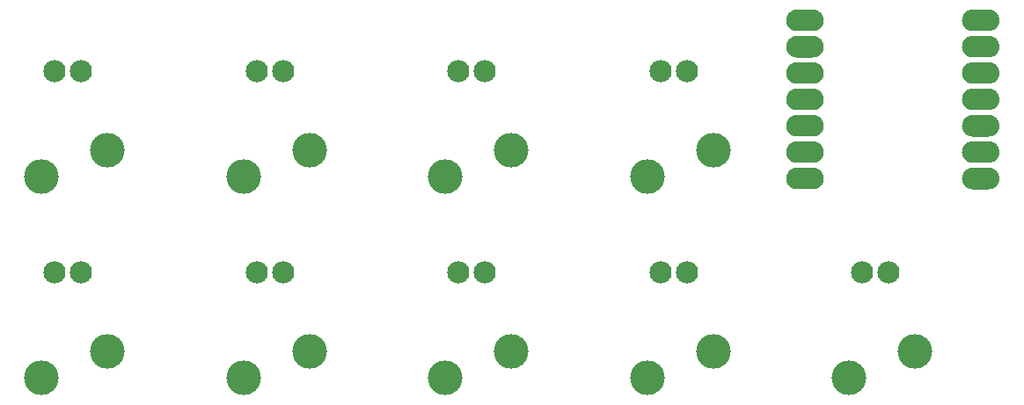
<source format=gbs>
G04 Layer: BottomSolderMaskLayer*
G04 EasyEDA v6.5.34, 2023-09-07 19:38:45*
G04 9ee9bf4eaa3c4749808be0ecbaf77966,1ae14fa7f5aa486887b2aa5280da83c0,10*
G04 Gerber Generator version 0.2*
G04 Scale: 100 percent, Rotated: No, Reflected: No *
G04 Dimensions in millimeters *
G04 leading zeros omitted , absolute positions ,4 integer and 5 decimal *
%FSLAX45Y45*%
%MOMM*%

%ADD10C,2.1336*%
%ADD11C,3.3274*%

%LPD*%
G36*
X12596875Y10348468D02*
G01*
X12591795Y10348721D01*
X12591541Y10348721D01*
X12586715Y10348976D01*
X12586461Y10349229D01*
X12581381Y10349737D01*
X12581127Y10349737D01*
X12576302Y10350754D01*
X12576047Y10350754D01*
X12571222Y10351770D01*
X12570968Y10351770D01*
X12566141Y10353294D01*
X12565888Y10353294D01*
X12561061Y10354818D01*
X12561061Y10355071D01*
X12556236Y10356850D01*
X12555981Y10356850D01*
X12551409Y10358881D01*
X12551409Y10359136D01*
X12546838Y10361421D01*
X12546584Y10361421D01*
X12542265Y10363962D01*
X12542011Y10363962D01*
X12537947Y10366755D01*
X12537693Y10367010D01*
X12533629Y10369804D01*
X12533375Y10370058D01*
X12529565Y10373105D01*
X12529311Y10373360D01*
X12525756Y10376408D01*
X12521691Y10380471D01*
X12518390Y10384028D01*
X12518136Y10384281D01*
X12514834Y10388092D01*
X12514834Y10388345D01*
X12511786Y10392155D01*
X12511531Y10392410D01*
X12508738Y10396474D01*
X12508738Y10396728D01*
X12506197Y10401045D01*
X12505943Y10401300D01*
X12503658Y10405618D01*
X12503404Y10405871D01*
X12501372Y10410189D01*
X12501118Y10410444D01*
X12499340Y10415015D01*
X12499086Y10415270D01*
X12497561Y10420095D01*
X12497308Y10420350D01*
X12496038Y10424921D01*
X12495784Y10425176D01*
X12494513Y10430002D01*
X12494513Y10430255D01*
X12493497Y10435336D01*
X12493497Y10435589D01*
X12492736Y10440415D01*
X12492736Y10440670D01*
X12492227Y10445750D01*
X12492227Y10446004D01*
X12491974Y10450829D01*
X12491974Y10456418D01*
X12492227Y10461244D01*
X12492227Y10461497D01*
X12492736Y10466578D01*
X12492736Y10466831D01*
X12493497Y10471658D01*
X12493497Y10471912D01*
X12494513Y10476737D01*
X12494513Y10476992D01*
X12495784Y10481818D01*
X12496038Y10482071D01*
X12497308Y10486897D01*
X12497561Y10487152D01*
X12499086Y10491978D01*
X12499340Y10491978D01*
X12501118Y10496804D01*
X12501372Y10496804D01*
X12503404Y10501376D01*
X12503658Y10501629D01*
X12505943Y10505947D01*
X12506197Y10506202D01*
X12508738Y10510520D01*
X12508738Y10510774D01*
X12511531Y10514837D01*
X12511786Y10515092D01*
X12514834Y10518902D01*
X12514834Y10519155D01*
X12518136Y10522965D01*
X12518390Y10523220D01*
X12521691Y10526776D01*
X12525502Y10530586D01*
X12525756Y10530586D01*
X12529311Y10533887D01*
X12529565Y10534142D01*
X12533375Y10537189D01*
X12533629Y10537444D01*
X12537693Y10540237D01*
X12537947Y10540492D01*
X12542011Y10543286D01*
X12542265Y10543286D01*
X12546584Y10545826D01*
X12546838Y10545826D01*
X12551409Y10548112D01*
X12551409Y10548365D01*
X12555981Y10550397D01*
X12556236Y10550397D01*
X12561061Y10552176D01*
X12561061Y10552429D01*
X12565888Y10553954D01*
X12566141Y10553954D01*
X12570968Y10555478D01*
X12571222Y10555478D01*
X12576047Y10556494D01*
X12576302Y10556494D01*
X12581127Y10557510D01*
X12581381Y10557510D01*
X12586461Y10558018D01*
X12586715Y10558018D01*
X12591541Y10558526D01*
X12752577Y10558526D01*
X12757404Y10558018D01*
X12757658Y10558018D01*
X12762738Y10557510D01*
X12762991Y10557510D01*
X12767818Y10556494D01*
X12768072Y10556494D01*
X12772897Y10555478D01*
X12773152Y10555478D01*
X12777977Y10553954D01*
X12778231Y10553954D01*
X12782804Y10552429D01*
X12783058Y10552176D01*
X12787884Y10550397D01*
X12792456Y10548365D01*
X12792709Y10548112D01*
X12797281Y10545826D01*
X12797536Y10545826D01*
X12801854Y10543286D01*
X12806172Y10540492D01*
X12806425Y10540237D01*
X12810490Y10537444D01*
X12810490Y10537189D01*
X12814554Y10534142D01*
X12814808Y10533887D01*
X12818363Y10530586D01*
X12818618Y10530586D01*
X12822427Y10526776D01*
X12825729Y10523220D01*
X12825984Y10522965D01*
X12829031Y10519155D01*
X12829286Y10518902D01*
X12832334Y10515092D01*
X12832334Y10514837D01*
X12835127Y10510774D01*
X12835381Y10510520D01*
X12837922Y10506202D01*
X12838175Y10505947D01*
X12840461Y10501629D01*
X12840715Y10501376D01*
X12842747Y10496804D01*
X12843002Y10496804D01*
X12846558Y10487152D01*
X12846811Y10486897D01*
X12848081Y10482071D01*
X12848336Y10481818D01*
X12849352Y10476992D01*
X12849606Y10476737D01*
X12850622Y10471912D01*
X12850622Y10471658D01*
X12851384Y10466831D01*
X12851384Y10466578D01*
X12851891Y10461497D01*
X12851891Y10461244D01*
X12852145Y10456418D01*
X12852145Y10450829D01*
X12851891Y10446004D01*
X12851891Y10445750D01*
X12851384Y10440670D01*
X12851384Y10440415D01*
X12850622Y10435589D01*
X12850622Y10435336D01*
X12849606Y10430255D01*
X12849352Y10430002D01*
X12848336Y10425176D01*
X12848081Y10424921D01*
X12846811Y10420350D01*
X12846558Y10420095D01*
X12844779Y10415270D01*
X12844779Y10415015D01*
X12843002Y10410444D01*
X12842747Y10410189D01*
X12840715Y10405871D01*
X12840461Y10405618D01*
X12838175Y10401300D01*
X12837922Y10401045D01*
X12835381Y10396728D01*
X12835127Y10396474D01*
X12832334Y10392410D01*
X12832334Y10392155D01*
X12829286Y10388345D01*
X12829031Y10388092D01*
X12825984Y10384281D01*
X12825729Y10384028D01*
X12822427Y10380471D01*
X12818363Y10376408D01*
X12814808Y10373360D01*
X12814554Y10373105D01*
X12810490Y10370058D01*
X12810490Y10369804D01*
X12806425Y10367010D01*
X12806172Y10366755D01*
X12801854Y10363962D01*
X12797536Y10361421D01*
X12797281Y10361421D01*
X12792709Y10359136D01*
X12792456Y10358881D01*
X12787884Y10356850D01*
X12783058Y10355071D01*
X12782804Y10354818D01*
X12778231Y10353294D01*
X12777977Y10353294D01*
X12773152Y10351770D01*
X12772897Y10351770D01*
X12768072Y10350754D01*
X12767818Y10350754D01*
X12762991Y10349737D01*
X12762738Y10349737D01*
X12757658Y10349229D01*
X12757404Y10348976D01*
X12752577Y10348721D01*
X12752324Y10348721D01*
X12747243Y10348468D01*
G37*
G36*
X10905236Y10348468D02*
G01*
X10900156Y10348721D01*
X10899902Y10348721D01*
X10895075Y10348976D01*
X10894822Y10349229D01*
X10889741Y10349737D01*
X10889488Y10349737D01*
X10884661Y10350754D01*
X10884408Y10350754D01*
X10879581Y10351770D01*
X10879327Y10351770D01*
X10874502Y10353294D01*
X10874247Y10353294D01*
X10869675Y10354818D01*
X10869422Y10355071D01*
X10864595Y10356850D01*
X10860024Y10358881D01*
X10859770Y10359136D01*
X10855197Y10361421D01*
X10854943Y10361421D01*
X10850625Y10363962D01*
X10846308Y10366755D01*
X10846054Y10367010D01*
X10841990Y10369804D01*
X10841990Y10370058D01*
X10837925Y10373105D01*
X10837672Y10373360D01*
X10834115Y10376408D01*
X10830052Y10380471D01*
X10826750Y10384028D01*
X10826495Y10384281D01*
X10823447Y10388092D01*
X10823193Y10388345D01*
X10820145Y10392155D01*
X10820145Y10392410D01*
X10817352Y10396474D01*
X10817097Y10396728D01*
X10814558Y10401045D01*
X10814304Y10401300D01*
X10812018Y10405618D01*
X10811763Y10405871D01*
X10809731Y10410189D01*
X10809477Y10410444D01*
X10807700Y10415015D01*
X10807700Y10415270D01*
X10805922Y10420095D01*
X10805668Y10420350D01*
X10804397Y10424921D01*
X10804143Y10425176D01*
X10803127Y10430002D01*
X10802874Y10430255D01*
X10801858Y10435336D01*
X10801858Y10435589D01*
X10801095Y10440415D01*
X10801095Y10440670D01*
X10800588Y10445750D01*
X10800588Y10446004D01*
X10800334Y10450829D01*
X10800334Y10456418D01*
X10800588Y10461244D01*
X10800588Y10461497D01*
X10801095Y10466578D01*
X10801095Y10466831D01*
X10801858Y10471658D01*
X10801858Y10471912D01*
X10802874Y10476737D01*
X10803127Y10476992D01*
X10804143Y10481818D01*
X10804397Y10482071D01*
X10805668Y10486897D01*
X10805922Y10487152D01*
X10809477Y10496804D01*
X10809731Y10496804D01*
X10811763Y10501376D01*
X10812018Y10501629D01*
X10814304Y10505947D01*
X10814558Y10506202D01*
X10817097Y10510520D01*
X10817352Y10510774D01*
X10820145Y10514837D01*
X10820145Y10515092D01*
X10823193Y10518902D01*
X10823447Y10519155D01*
X10826495Y10522965D01*
X10826750Y10523220D01*
X10830052Y10526776D01*
X10833861Y10530586D01*
X10834115Y10530586D01*
X10837672Y10533887D01*
X10837925Y10534142D01*
X10841990Y10537189D01*
X10841990Y10537444D01*
X10846054Y10540237D01*
X10846308Y10540492D01*
X10850625Y10543286D01*
X10854943Y10545826D01*
X10855197Y10545826D01*
X10859770Y10548112D01*
X10860024Y10548365D01*
X10864595Y10550397D01*
X10869422Y10552176D01*
X10869675Y10552429D01*
X10874247Y10553954D01*
X10874502Y10553954D01*
X10879327Y10555478D01*
X10879581Y10555478D01*
X10884408Y10556494D01*
X10884661Y10556494D01*
X10889488Y10557510D01*
X10889741Y10557510D01*
X10894822Y10558018D01*
X10895075Y10558018D01*
X10899902Y10558526D01*
X11060938Y10558526D01*
X11065763Y10558018D01*
X11066018Y10558018D01*
X11071097Y10557510D01*
X11071352Y10557510D01*
X11076177Y10556494D01*
X11076431Y10556494D01*
X11081258Y10555478D01*
X11081511Y10555478D01*
X11086338Y10553954D01*
X11086591Y10553954D01*
X11091418Y10552429D01*
X11091418Y10552176D01*
X11096243Y10550397D01*
X11096497Y10550397D01*
X11101070Y10548365D01*
X11101070Y10548112D01*
X11105641Y10545826D01*
X11105895Y10545826D01*
X11110213Y10543286D01*
X11110468Y10543286D01*
X11114531Y10540492D01*
X11114786Y10540237D01*
X11118850Y10537444D01*
X11119104Y10537189D01*
X11122913Y10534142D01*
X11123168Y10533887D01*
X11126724Y10530586D01*
X11126977Y10530586D01*
X11130788Y10526776D01*
X11134090Y10523220D01*
X11134343Y10522965D01*
X11137645Y10519155D01*
X11137645Y10518902D01*
X11140693Y10515092D01*
X11140947Y10514837D01*
X11143741Y10510774D01*
X11143741Y10510520D01*
X11146281Y10506202D01*
X11146536Y10505947D01*
X11148822Y10501629D01*
X11149075Y10501376D01*
X11151108Y10496804D01*
X11151361Y10496804D01*
X11153140Y10491978D01*
X11153393Y10491978D01*
X11154918Y10487152D01*
X11155172Y10486897D01*
X11156441Y10482071D01*
X11156695Y10481818D01*
X11157965Y10476992D01*
X11157965Y10476737D01*
X11158981Y10471912D01*
X11158981Y10471658D01*
X11159743Y10466831D01*
X11159743Y10466578D01*
X11160252Y10461497D01*
X11160252Y10461244D01*
X11160506Y10456418D01*
X11160506Y10450829D01*
X11160252Y10446004D01*
X11160252Y10445750D01*
X11159743Y10440670D01*
X11159743Y10440415D01*
X11158981Y10435589D01*
X11158981Y10435336D01*
X11157965Y10430255D01*
X11157965Y10430002D01*
X11156695Y10425176D01*
X11156441Y10424921D01*
X11155172Y10420350D01*
X11154918Y10420095D01*
X11153393Y10415270D01*
X11153140Y10415015D01*
X11151361Y10410444D01*
X11151108Y10410189D01*
X11149075Y10405871D01*
X11148822Y10405618D01*
X11146536Y10401300D01*
X11146281Y10401045D01*
X11143741Y10396728D01*
X11143741Y10396474D01*
X11140947Y10392410D01*
X11140693Y10392155D01*
X11137645Y10388345D01*
X11137645Y10388092D01*
X11134343Y10384281D01*
X11134090Y10384028D01*
X11130788Y10380471D01*
X11126724Y10376408D01*
X11123168Y10373360D01*
X11122913Y10373105D01*
X11119104Y10370058D01*
X11118850Y10369804D01*
X11114786Y10367010D01*
X11114531Y10366755D01*
X11110468Y10363962D01*
X11110213Y10363962D01*
X11105895Y10361421D01*
X11105641Y10361421D01*
X11101070Y10359136D01*
X11101070Y10358881D01*
X11096497Y10356850D01*
X11096243Y10356850D01*
X11091418Y10355071D01*
X11091418Y10354818D01*
X11086591Y10353294D01*
X11086338Y10353294D01*
X11081511Y10351770D01*
X11081258Y10351770D01*
X11076431Y10350754D01*
X11076177Y10350754D01*
X11071352Y10349737D01*
X11071097Y10349737D01*
X11066018Y10349229D01*
X11065763Y10348976D01*
X11060938Y10348721D01*
X11060684Y10348721D01*
X11055604Y10348468D01*
G37*
G36*
X10905236Y10093960D02*
G01*
X10900156Y10094213D01*
X10899902Y10094213D01*
X10895075Y10094468D01*
X10894822Y10094468D01*
X10889741Y10095229D01*
X10889488Y10095229D01*
X10884661Y10095992D01*
X10884408Y10095992D01*
X10879581Y10097262D01*
X10879327Y10097262D01*
X10874502Y10098531D01*
X10874247Y10098786D01*
X10869675Y10100310D01*
X10869422Y10100310D01*
X10864595Y10102087D01*
X10864341Y10102342D01*
X10860024Y10104374D01*
X10859770Y10104374D01*
X10855197Y10106660D01*
X10854943Y10106913D01*
X10850625Y10109454D01*
X10850372Y10109454D01*
X10846308Y10112247D01*
X10846054Y10112247D01*
X10841990Y10115295D01*
X10841736Y10115295D01*
X10837925Y10118597D01*
X10837672Y10118597D01*
X10834115Y10121900D01*
X10830306Y10125710D01*
X10830052Y10125710D01*
X10826750Y10129520D01*
X10826495Y10129774D01*
X10823447Y10133584D01*
X10823193Y10133584D01*
X10820145Y10137647D01*
X10819891Y10137902D01*
X10817097Y10141965D01*
X10817097Y10142220D01*
X10814558Y10146537D01*
X10814304Y10146537D01*
X10812018Y10151110D01*
X10811763Y10151110D01*
X10809731Y10155681D01*
X10809477Y10155936D01*
X10807700Y10160508D01*
X10807445Y10160762D01*
X10805922Y10165587D01*
X10805668Y10165587D01*
X10804397Y10170413D01*
X10804143Y10170668D01*
X10803127Y10175494D01*
X10802874Y10175747D01*
X10801858Y10180574D01*
X10801858Y10180828D01*
X10801095Y10185908D01*
X10801095Y10186162D01*
X10800588Y10190987D01*
X10800588Y10191242D01*
X10800334Y10196321D01*
X10800334Y10201655D01*
X10800588Y10206736D01*
X10800588Y10206989D01*
X10801095Y10212070D01*
X10801095Y10212324D01*
X10801858Y10217150D01*
X10801858Y10217404D01*
X10802874Y10222229D01*
X10803127Y10222484D01*
X10804143Y10227310D01*
X10804397Y10227563D01*
X10805668Y10232389D01*
X10805922Y10232644D01*
X10807445Y10237215D01*
X10807700Y10237470D01*
X10809477Y10242042D01*
X10809731Y10242295D01*
X10811763Y10246868D01*
X10812018Y10247121D01*
X10814304Y10251439D01*
X10814558Y10251694D01*
X10817097Y10256012D01*
X10819891Y10260329D01*
X10820145Y10260329D01*
X10823193Y10264394D01*
X10823447Y10264647D01*
X10826495Y10268458D01*
X10826750Y10268712D01*
X10830052Y10272268D01*
X10830306Y10272521D01*
X10833861Y10275824D01*
X10834115Y10276078D01*
X10837672Y10279379D01*
X10837925Y10279634D01*
X10841736Y10282681D01*
X10841990Y10282936D01*
X10846054Y10285729D01*
X10846308Y10285984D01*
X10850372Y10288524D01*
X10850625Y10288778D01*
X10854943Y10291318D01*
X10855197Y10291318D01*
X10859770Y10293604D01*
X10860024Y10293604D01*
X10864341Y10295889D01*
X10864595Y10295889D01*
X10869422Y10297668D01*
X10869675Y10297668D01*
X10874247Y10299445D01*
X10874502Y10299445D01*
X10879327Y10300715D01*
X10879581Y10300970D01*
X10884408Y10301986D01*
X10884661Y10301986D01*
X10889488Y10302747D01*
X10889741Y10303002D01*
X10894822Y10303510D01*
X10895075Y10303510D01*
X10899902Y10304018D01*
X11060938Y10304018D01*
X11065763Y10303510D01*
X11066018Y10303510D01*
X11071097Y10303002D01*
X11071352Y10302747D01*
X11076177Y10301986D01*
X11076431Y10301986D01*
X11081258Y10300970D01*
X11081511Y10300715D01*
X11086338Y10299445D01*
X11086591Y10299445D01*
X11091163Y10297668D01*
X11091418Y10297668D01*
X11096243Y10295889D01*
X11096497Y10295889D01*
X11100815Y10293604D01*
X11101070Y10293604D01*
X11105641Y10291318D01*
X11105895Y10291318D01*
X11110213Y10288778D01*
X11110468Y10288524D01*
X11114531Y10285984D01*
X11114786Y10285729D01*
X11118850Y10282936D01*
X11119104Y10282681D01*
X11122913Y10279634D01*
X11123168Y10279379D01*
X11126724Y10276078D01*
X11126977Y10275824D01*
X11130534Y10272521D01*
X11130788Y10272268D01*
X11134090Y10268712D01*
X11134343Y10268458D01*
X11137391Y10264647D01*
X11137645Y10264394D01*
X11140693Y10260329D01*
X11140947Y10260329D01*
X11143741Y10256012D01*
X11146281Y10251694D01*
X11146536Y10251439D01*
X11148822Y10247121D01*
X11149075Y10246868D01*
X11151108Y10242295D01*
X11151361Y10242042D01*
X11153140Y10237470D01*
X11153393Y10237215D01*
X11154918Y10232644D01*
X11155172Y10232389D01*
X11156441Y10227563D01*
X11156695Y10227310D01*
X11157965Y10222484D01*
X11157965Y10222229D01*
X11158981Y10217404D01*
X11158981Y10217150D01*
X11159743Y10212324D01*
X11159743Y10212070D01*
X11160252Y10206989D01*
X11160252Y10206736D01*
X11160506Y10201655D01*
X11160506Y10196321D01*
X11160252Y10191242D01*
X11160252Y10190987D01*
X11159743Y10186162D01*
X11159743Y10185908D01*
X11158981Y10180828D01*
X11158981Y10180574D01*
X11157965Y10175747D01*
X11157965Y10175494D01*
X11156695Y10170668D01*
X11156441Y10170413D01*
X11155172Y10165587D01*
X11154918Y10165587D01*
X11153393Y10160762D01*
X11153140Y10160508D01*
X11151361Y10155936D01*
X11151108Y10155681D01*
X11149075Y10151110D01*
X11148822Y10151110D01*
X11146536Y10146537D01*
X11146281Y10146537D01*
X11143741Y10142220D01*
X11143741Y10141965D01*
X11140947Y10137902D01*
X11140693Y10137647D01*
X11137645Y10133584D01*
X11137391Y10133584D01*
X11134343Y10129774D01*
X11134090Y10129520D01*
X11130788Y10125710D01*
X11130534Y10125710D01*
X11126724Y10121900D01*
X11123168Y10118597D01*
X11122913Y10118597D01*
X11119104Y10115295D01*
X11118850Y10115295D01*
X11114786Y10112247D01*
X11114531Y10112247D01*
X11110468Y10109454D01*
X11110213Y10109454D01*
X11105895Y10106913D01*
X11105641Y10106660D01*
X11101070Y10104374D01*
X11100815Y10104374D01*
X11096497Y10102342D01*
X11096243Y10102087D01*
X11091418Y10100310D01*
X11091163Y10100310D01*
X11086591Y10098786D01*
X11086338Y10098531D01*
X11081511Y10097262D01*
X11081258Y10097262D01*
X11076431Y10095992D01*
X11076177Y10095992D01*
X11071352Y10095229D01*
X11071097Y10095229D01*
X11066018Y10094468D01*
X11065763Y10094468D01*
X11060938Y10094213D01*
X11060684Y10094213D01*
X11055604Y10093960D01*
G37*
G36*
X10905236Y9840976D02*
G01*
X10900156Y9841229D01*
X10899902Y9841229D01*
X10895075Y9841484D01*
X10894822Y9841484D01*
X10889741Y9842245D01*
X10889488Y9842245D01*
X10884661Y9843008D01*
X10884408Y9843008D01*
X10879581Y9844278D01*
X10879327Y9844278D01*
X10874502Y9845547D01*
X10874247Y9845802D01*
X10869675Y9847326D01*
X10869422Y9847326D01*
X10864595Y9849104D01*
X10864341Y9849358D01*
X10860024Y9851389D01*
X10859770Y9851389D01*
X10855197Y9853676D01*
X10854943Y9853929D01*
X10850625Y9856470D01*
X10850372Y9856470D01*
X10846308Y9859263D01*
X10846054Y9859263D01*
X10841990Y9862312D01*
X10841736Y9862312D01*
X10837925Y9865613D01*
X10837672Y9865613D01*
X10834115Y9868915D01*
X10830306Y9872726D01*
X10830052Y9872726D01*
X10826750Y9876536D01*
X10826495Y9876536D01*
X10823447Y9880345D01*
X10823193Y9880600D01*
X10820145Y9884663D01*
X10819891Y9884918D01*
X10817097Y9888981D01*
X10817097Y9889236D01*
X10814558Y9893300D01*
X10814304Y9893554D01*
X10812018Y9898126D01*
X10811763Y9898126D01*
X10809731Y9902697D01*
X10809477Y9902952D01*
X10807700Y9907524D01*
X10807445Y9907778D01*
X10805922Y9912350D01*
X10805668Y9912604D01*
X10804397Y9917429D01*
X10804143Y9917684D01*
X10803127Y9922510D01*
X10802874Y9922763D01*
X10801858Y9927589D01*
X10801858Y9927844D01*
X10801095Y9932924D01*
X10801095Y9933178D01*
X10800588Y9938004D01*
X10800588Y9938258D01*
X10800334Y9943337D01*
X10800334Y9948671D01*
X10800588Y9953752D01*
X10800588Y9954005D01*
X10801095Y9959086D01*
X10801095Y9959339D01*
X10801858Y9964165D01*
X10801858Y9964420D01*
X10802874Y9969245D01*
X10803127Y9969500D01*
X10804143Y9974326D01*
X10804397Y9974579D01*
X10805668Y9979405D01*
X10805922Y9979660D01*
X10807445Y9984231D01*
X10807700Y9984486D01*
X10809477Y9989058D01*
X10809731Y9989312D01*
X10811763Y9993884D01*
X10812018Y9994137D01*
X10814304Y9998455D01*
X10814558Y9998710D01*
X10817097Y10003028D01*
X10819891Y10007345D01*
X10820145Y10007345D01*
X10823193Y10011410D01*
X10823447Y10011663D01*
X10826495Y10015474D01*
X10826750Y10015728D01*
X10830052Y10019284D01*
X10830306Y10019537D01*
X10833861Y10022839D01*
X10834115Y10023094D01*
X10837672Y10026395D01*
X10837925Y10026650D01*
X10841736Y10029697D01*
X10841990Y10029952D01*
X10846054Y10032745D01*
X10846308Y10033000D01*
X10850372Y10035539D01*
X10850625Y10035794D01*
X10854943Y10038334D01*
X10855197Y10038334D01*
X10859770Y10040620D01*
X10860024Y10040620D01*
X10864341Y10042652D01*
X10864595Y10042905D01*
X10869422Y10044684D01*
X10869675Y10044684D01*
X10874247Y10046462D01*
X10874502Y10046462D01*
X10879327Y10047731D01*
X10879581Y10047731D01*
X10884408Y10049002D01*
X10884661Y10049002D01*
X10889488Y10049763D01*
X10889741Y10050018D01*
X10894822Y10050526D01*
X10895075Y10050526D01*
X10899902Y10051034D01*
X11060938Y10051034D01*
X11065763Y10050526D01*
X11066018Y10050526D01*
X11071097Y10050018D01*
X11071352Y10049763D01*
X11076177Y10049002D01*
X11076431Y10049002D01*
X11081258Y10047731D01*
X11081511Y10047731D01*
X11086338Y10046462D01*
X11086591Y10046462D01*
X11091163Y10044684D01*
X11091418Y10044684D01*
X11096243Y10042905D01*
X11096497Y10042652D01*
X11100815Y10040620D01*
X11101070Y10040620D01*
X11105641Y10038334D01*
X11105895Y10038334D01*
X11110213Y10035794D01*
X11110468Y10035539D01*
X11114531Y10033000D01*
X11114786Y10032745D01*
X11118850Y10029952D01*
X11119104Y10029697D01*
X11122913Y10026650D01*
X11123168Y10026395D01*
X11126724Y10023094D01*
X11126977Y10022839D01*
X11130534Y10019537D01*
X11130788Y10019284D01*
X11134090Y10015728D01*
X11134343Y10015474D01*
X11137391Y10011663D01*
X11137645Y10011410D01*
X11140693Y10007345D01*
X11143741Y10003028D01*
X11146281Y9998710D01*
X11146536Y9998455D01*
X11148822Y9994137D01*
X11149075Y9993884D01*
X11151108Y9989312D01*
X11151361Y9989058D01*
X11153140Y9984486D01*
X11153393Y9984231D01*
X11154918Y9979660D01*
X11155172Y9979405D01*
X11156441Y9974579D01*
X11156695Y9974326D01*
X11157711Y9969500D01*
X11157965Y9969245D01*
X11158981Y9964420D01*
X11158981Y9964165D01*
X11159743Y9959339D01*
X11159743Y9959086D01*
X11160252Y9954005D01*
X11160252Y9953752D01*
X11160506Y9948671D01*
X11160506Y9943337D01*
X11160252Y9938258D01*
X11160252Y9938004D01*
X11159743Y9933178D01*
X11159743Y9932924D01*
X11158981Y9927844D01*
X11158981Y9927589D01*
X11157965Y9922763D01*
X11157711Y9922510D01*
X11156695Y9917684D01*
X11156441Y9917429D01*
X11155172Y9912604D01*
X11154918Y9912350D01*
X11153393Y9907778D01*
X11153140Y9907524D01*
X11151361Y9902952D01*
X11151108Y9902697D01*
X11149075Y9898126D01*
X11148822Y9898126D01*
X11146536Y9893554D01*
X11146281Y9893300D01*
X11143741Y9889236D01*
X11143741Y9888981D01*
X11140693Y9884918D01*
X11140693Y9884663D01*
X11137645Y9880600D01*
X11137391Y9880345D01*
X11134343Y9876536D01*
X11134090Y9876536D01*
X11130788Y9872726D01*
X11130534Y9872726D01*
X11126724Y9868915D01*
X11123168Y9865613D01*
X11122913Y9865613D01*
X11119104Y9862312D01*
X11118850Y9862312D01*
X11114786Y9859263D01*
X11114531Y9859263D01*
X11110468Y9856470D01*
X11110213Y9856470D01*
X11105895Y9853929D01*
X11105641Y9853676D01*
X11101070Y9851389D01*
X11100815Y9851389D01*
X11096497Y9849358D01*
X11096243Y9849104D01*
X11091418Y9847326D01*
X11091163Y9847326D01*
X11086591Y9845802D01*
X11086338Y9845547D01*
X11081511Y9844278D01*
X11081258Y9844278D01*
X11076431Y9843008D01*
X11076177Y9843008D01*
X11071352Y9842245D01*
X11071097Y9842245D01*
X11066018Y9841484D01*
X11065763Y9841484D01*
X11060938Y9841229D01*
X11060684Y9841229D01*
X11055604Y9840976D01*
G37*
G36*
X10905236Y9586976D02*
G01*
X10900156Y9587229D01*
X10899902Y9587229D01*
X10895075Y9587484D01*
X10894822Y9587484D01*
X10889741Y9588245D01*
X10889488Y9588245D01*
X10884661Y9589008D01*
X10884408Y9589008D01*
X10879581Y9590278D01*
X10879327Y9590278D01*
X10874502Y9591547D01*
X10874247Y9591802D01*
X10869675Y9593326D01*
X10869422Y9593326D01*
X10864595Y9595104D01*
X10864341Y9595358D01*
X10860024Y9597389D01*
X10859770Y9597389D01*
X10855197Y9599676D01*
X10854943Y9599929D01*
X10850625Y9602470D01*
X10850372Y9602470D01*
X10846308Y9605263D01*
X10846054Y9605263D01*
X10841990Y9608312D01*
X10841736Y9608312D01*
X10837925Y9611613D01*
X10837672Y9611613D01*
X10834115Y9614915D01*
X10830306Y9618726D01*
X10830052Y9618726D01*
X10826750Y9622536D01*
X10826495Y9622536D01*
X10823447Y9626345D01*
X10823193Y9626600D01*
X10820145Y9630663D01*
X10819891Y9630918D01*
X10817097Y9634981D01*
X10817097Y9635236D01*
X10814558Y9639300D01*
X10814304Y9639554D01*
X10812018Y9644126D01*
X10811763Y9644126D01*
X10809731Y9648697D01*
X10809477Y9648952D01*
X10807700Y9653524D01*
X10807445Y9653778D01*
X10805922Y9658350D01*
X10805668Y9658604D01*
X10804397Y9663429D01*
X10804143Y9663684D01*
X10803127Y9668510D01*
X10802874Y9668763D01*
X10801858Y9673589D01*
X10801858Y9673844D01*
X10801095Y9678924D01*
X10801095Y9679178D01*
X10800588Y9684004D01*
X10800588Y9684258D01*
X10800334Y9689337D01*
X10800334Y9694671D01*
X10800588Y9699752D01*
X10800588Y9700005D01*
X10801095Y9705086D01*
X10801095Y9705339D01*
X10801858Y9710165D01*
X10801858Y9710420D01*
X10802874Y9715245D01*
X10803127Y9715500D01*
X10804143Y9720326D01*
X10804397Y9720579D01*
X10805668Y9725405D01*
X10805922Y9725660D01*
X10807445Y9730231D01*
X10807700Y9730486D01*
X10809477Y9735058D01*
X10809731Y9735312D01*
X10811763Y9739884D01*
X10812018Y9740137D01*
X10814304Y9744455D01*
X10814558Y9744710D01*
X10817097Y9749028D01*
X10819891Y9753345D01*
X10820145Y9753345D01*
X10823193Y9757410D01*
X10823447Y9757663D01*
X10826495Y9761474D01*
X10826750Y9761728D01*
X10830052Y9765284D01*
X10830306Y9765537D01*
X10833861Y9768839D01*
X10834115Y9769094D01*
X10837672Y9772395D01*
X10837925Y9772650D01*
X10841736Y9775697D01*
X10841990Y9775952D01*
X10846054Y9778745D01*
X10846308Y9779000D01*
X10850372Y9781539D01*
X10850625Y9781794D01*
X10854943Y9784334D01*
X10855197Y9784334D01*
X10859770Y9786620D01*
X10860024Y9786620D01*
X10864341Y9788652D01*
X10864595Y9788905D01*
X10869422Y9790684D01*
X10869675Y9790684D01*
X10874247Y9792462D01*
X10874502Y9792462D01*
X10879327Y9793731D01*
X10879581Y9793731D01*
X10884408Y9795002D01*
X10884661Y9795002D01*
X10889488Y9795763D01*
X10889741Y9796018D01*
X10894822Y9796526D01*
X10895075Y9796526D01*
X10899902Y9797034D01*
X11060938Y9797034D01*
X11065763Y9796526D01*
X11066018Y9796526D01*
X11071097Y9796018D01*
X11071352Y9795763D01*
X11076177Y9795002D01*
X11076431Y9795002D01*
X11081258Y9793731D01*
X11081511Y9793731D01*
X11086338Y9792462D01*
X11086591Y9792462D01*
X11091163Y9790684D01*
X11091418Y9790684D01*
X11096243Y9788905D01*
X11096497Y9788652D01*
X11100815Y9786620D01*
X11101070Y9786620D01*
X11105641Y9784334D01*
X11105895Y9784334D01*
X11110213Y9781794D01*
X11110468Y9781539D01*
X11114531Y9779000D01*
X11114786Y9778745D01*
X11118850Y9775952D01*
X11119104Y9775697D01*
X11122913Y9772650D01*
X11123168Y9772395D01*
X11126724Y9769094D01*
X11126977Y9768839D01*
X11130534Y9765537D01*
X11130788Y9765284D01*
X11134090Y9761728D01*
X11134343Y9761474D01*
X11137391Y9757663D01*
X11137645Y9757410D01*
X11140693Y9753345D01*
X11143741Y9749028D01*
X11146281Y9744710D01*
X11146536Y9744455D01*
X11148822Y9740137D01*
X11149075Y9739884D01*
X11151108Y9735312D01*
X11151361Y9735058D01*
X11153140Y9730486D01*
X11153393Y9730231D01*
X11154918Y9725660D01*
X11155172Y9725405D01*
X11156441Y9720579D01*
X11156695Y9720326D01*
X11157965Y9715500D01*
X11157965Y9715245D01*
X11158981Y9710420D01*
X11158981Y9710165D01*
X11159743Y9705339D01*
X11159743Y9705086D01*
X11160252Y9700005D01*
X11160252Y9699752D01*
X11160506Y9694671D01*
X11160506Y9689337D01*
X11160252Y9684258D01*
X11160252Y9684004D01*
X11159743Y9679178D01*
X11159743Y9678924D01*
X11158981Y9673844D01*
X11158981Y9673589D01*
X11157965Y9668763D01*
X11157965Y9668510D01*
X11156695Y9663684D01*
X11156441Y9663429D01*
X11155172Y9658604D01*
X11154918Y9658350D01*
X11153393Y9653778D01*
X11153140Y9653524D01*
X11151361Y9648952D01*
X11151108Y9648697D01*
X11149075Y9644126D01*
X11148822Y9644126D01*
X11146536Y9639554D01*
X11146281Y9639300D01*
X11143741Y9635236D01*
X11143741Y9634981D01*
X11140693Y9630918D01*
X11140693Y9630663D01*
X11137645Y9626600D01*
X11137391Y9626345D01*
X11134343Y9622536D01*
X11134090Y9622536D01*
X11130788Y9618726D01*
X11130534Y9618726D01*
X11126724Y9614915D01*
X11123168Y9611613D01*
X11122913Y9611613D01*
X11119104Y9608312D01*
X11118850Y9608312D01*
X11114786Y9605263D01*
X11114531Y9605263D01*
X11110468Y9602470D01*
X11110213Y9602470D01*
X11105895Y9599929D01*
X11105641Y9599676D01*
X11101070Y9597389D01*
X11100815Y9597389D01*
X11096497Y9595358D01*
X11096243Y9595104D01*
X11091418Y9593326D01*
X11091163Y9593326D01*
X11086591Y9591802D01*
X11086338Y9591547D01*
X11081511Y9590278D01*
X11081258Y9590278D01*
X11076431Y9589008D01*
X11076177Y9589008D01*
X11071352Y9588245D01*
X11071097Y9588245D01*
X11066018Y9587484D01*
X11065763Y9587484D01*
X11060938Y9587229D01*
X11060684Y9587229D01*
X11055604Y9586976D01*
G37*
G36*
X10905236Y9332976D02*
G01*
X10900156Y9333229D01*
X10899902Y9333229D01*
X10895075Y9333484D01*
X10894822Y9333484D01*
X10889741Y9334245D01*
X10889488Y9334245D01*
X10884661Y9335008D01*
X10884408Y9335008D01*
X10879581Y9336278D01*
X10879327Y9336278D01*
X10874502Y9337547D01*
X10874247Y9337802D01*
X10869675Y9339326D01*
X10869422Y9339326D01*
X10864595Y9341104D01*
X10864341Y9341358D01*
X10860024Y9343389D01*
X10859770Y9343389D01*
X10855197Y9345676D01*
X10854943Y9345929D01*
X10850625Y9348470D01*
X10850372Y9348470D01*
X10846308Y9351263D01*
X10846054Y9351263D01*
X10841990Y9354312D01*
X10841736Y9354312D01*
X10837925Y9357613D01*
X10837672Y9357613D01*
X10834115Y9360915D01*
X10830306Y9364726D01*
X10830052Y9364726D01*
X10826750Y9368536D01*
X10826495Y9368536D01*
X10823447Y9372345D01*
X10823193Y9372600D01*
X10820145Y9376663D01*
X10819891Y9376918D01*
X10817097Y9380981D01*
X10817097Y9381236D01*
X10814558Y9385300D01*
X10814304Y9385554D01*
X10812018Y9390126D01*
X10811763Y9390126D01*
X10809731Y9394697D01*
X10809477Y9394952D01*
X10807700Y9399524D01*
X10807445Y9399778D01*
X10805922Y9404350D01*
X10805668Y9404604D01*
X10804397Y9409429D01*
X10804143Y9409684D01*
X10802874Y9414510D01*
X10802874Y9414763D01*
X10801858Y9419589D01*
X10801858Y9419844D01*
X10801095Y9424924D01*
X10801095Y9425178D01*
X10800588Y9430004D01*
X10800588Y9430258D01*
X10800334Y9435337D01*
X10800334Y9440671D01*
X10800588Y9445752D01*
X10800588Y9446005D01*
X10801095Y9451086D01*
X10801095Y9451339D01*
X10801858Y9456165D01*
X10801858Y9456420D01*
X10802874Y9461245D01*
X10802874Y9461500D01*
X10804143Y9466326D01*
X10804397Y9466579D01*
X10805668Y9471405D01*
X10805922Y9471660D01*
X10807445Y9476231D01*
X10807700Y9476486D01*
X10809477Y9481058D01*
X10809731Y9481312D01*
X10811763Y9485884D01*
X10812018Y9486137D01*
X10814304Y9490455D01*
X10814558Y9490710D01*
X10817097Y9495028D01*
X10819891Y9499345D01*
X10820145Y9499345D01*
X10823193Y9503410D01*
X10823447Y9503663D01*
X10826495Y9507474D01*
X10826750Y9507728D01*
X10830052Y9511284D01*
X10830306Y9511537D01*
X10833861Y9514839D01*
X10834115Y9515094D01*
X10837672Y9518395D01*
X10837925Y9518650D01*
X10841736Y9521697D01*
X10841990Y9521952D01*
X10846054Y9524745D01*
X10846308Y9525000D01*
X10850372Y9527539D01*
X10850625Y9527794D01*
X10854943Y9530334D01*
X10855197Y9530334D01*
X10859770Y9532620D01*
X10860024Y9532620D01*
X10864341Y9534652D01*
X10864595Y9534905D01*
X10869422Y9536684D01*
X10869675Y9536684D01*
X10874247Y9538462D01*
X10874502Y9538462D01*
X10879327Y9539731D01*
X10879581Y9539731D01*
X10884408Y9541002D01*
X10884661Y9541002D01*
X10889488Y9541763D01*
X10889741Y9542018D01*
X10894822Y9542526D01*
X10895075Y9542526D01*
X10899902Y9543034D01*
X11060938Y9543034D01*
X11065763Y9542526D01*
X11066018Y9542526D01*
X11071097Y9542018D01*
X11071352Y9541763D01*
X11076177Y9541002D01*
X11076431Y9541002D01*
X11081258Y9539731D01*
X11081511Y9539731D01*
X11086338Y9538462D01*
X11086591Y9538462D01*
X11091163Y9536684D01*
X11091418Y9536684D01*
X11096243Y9534905D01*
X11096497Y9534652D01*
X11100815Y9532620D01*
X11101070Y9532620D01*
X11105641Y9530334D01*
X11105895Y9530334D01*
X11110213Y9527794D01*
X11110468Y9527539D01*
X11114531Y9525000D01*
X11114786Y9524745D01*
X11118850Y9521952D01*
X11119104Y9521697D01*
X11122913Y9518650D01*
X11123168Y9518395D01*
X11126724Y9515094D01*
X11126977Y9514839D01*
X11130534Y9511537D01*
X11130788Y9511284D01*
X11134090Y9507728D01*
X11134343Y9507474D01*
X11137391Y9503663D01*
X11137645Y9503410D01*
X11140693Y9499345D01*
X11143741Y9495028D01*
X11146281Y9490710D01*
X11146536Y9490455D01*
X11148822Y9486137D01*
X11149075Y9485884D01*
X11151108Y9481312D01*
X11151361Y9481058D01*
X11153140Y9476486D01*
X11153393Y9476231D01*
X11154918Y9471660D01*
X11155172Y9471405D01*
X11156441Y9466579D01*
X11156695Y9466326D01*
X11157711Y9461500D01*
X11157965Y9461245D01*
X11158981Y9456420D01*
X11158981Y9456165D01*
X11159743Y9451339D01*
X11159743Y9451086D01*
X11160252Y9446005D01*
X11160252Y9445752D01*
X11160506Y9440671D01*
X11160506Y9435337D01*
X11160252Y9430258D01*
X11160252Y9430004D01*
X11159743Y9425178D01*
X11159743Y9424924D01*
X11158981Y9419844D01*
X11158981Y9419589D01*
X11157965Y9414763D01*
X11157711Y9414510D01*
X11156695Y9409684D01*
X11156441Y9409429D01*
X11155172Y9404604D01*
X11154918Y9404350D01*
X11153393Y9399778D01*
X11153140Y9399524D01*
X11151361Y9394952D01*
X11151108Y9394697D01*
X11149075Y9390126D01*
X11148822Y9390126D01*
X11146536Y9385554D01*
X11146281Y9385300D01*
X11143741Y9381236D01*
X11143741Y9380981D01*
X11140693Y9376918D01*
X11140693Y9376663D01*
X11137645Y9372600D01*
X11137391Y9372345D01*
X11134343Y9368536D01*
X11134090Y9368536D01*
X11130788Y9364726D01*
X11130534Y9364726D01*
X11126724Y9360915D01*
X11123168Y9357613D01*
X11122913Y9357613D01*
X11119104Y9354312D01*
X11118850Y9354312D01*
X11114786Y9351263D01*
X11114531Y9351263D01*
X11110468Y9348470D01*
X11110213Y9348470D01*
X11105895Y9345929D01*
X11105641Y9345676D01*
X11101070Y9343389D01*
X11100815Y9343389D01*
X11096497Y9341358D01*
X11096243Y9341104D01*
X11091418Y9339326D01*
X11091163Y9339326D01*
X11086591Y9337802D01*
X11086338Y9337547D01*
X11081511Y9336278D01*
X11081258Y9336278D01*
X11076431Y9335008D01*
X11076177Y9335008D01*
X11071352Y9334245D01*
X11071097Y9334245D01*
X11066018Y9333484D01*
X11065763Y9333484D01*
X11060938Y9333229D01*
X11060684Y9333229D01*
X11055604Y9332976D01*
G37*
G36*
X10905236Y9078976D02*
G01*
X10900156Y9079229D01*
X10899902Y9079229D01*
X10895075Y9079484D01*
X10894822Y9079484D01*
X10889741Y9080245D01*
X10889488Y9080245D01*
X10884661Y9081008D01*
X10884408Y9081008D01*
X10879581Y9082278D01*
X10879327Y9082278D01*
X10874502Y9083547D01*
X10874247Y9083802D01*
X10869675Y9085326D01*
X10869422Y9085326D01*
X10864595Y9087104D01*
X10864341Y9087358D01*
X10860024Y9089389D01*
X10859770Y9089389D01*
X10855197Y9091676D01*
X10854943Y9091929D01*
X10850625Y9094470D01*
X10850372Y9094470D01*
X10846308Y9097263D01*
X10846054Y9097263D01*
X10841990Y9100312D01*
X10841736Y9100312D01*
X10837925Y9103613D01*
X10837672Y9103613D01*
X10834115Y9106915D01*
X10830306Y9110726D01*
X10830052Y9110726D01*
X10826750Y9114536D01*
X10826495Y9114536D01*
X10823447Y9118345D01*
X10823193Y9118600D01*
X10820145Y9122663D01*
X10819891Y9122918D01*
X10817097Y9126981D01*
X10817097Y9127236D01*
X10814558Y9131300D01*
X10814304Y9131554D01*
X10812018Y9136126D01*
X10811763Y9136126D01*
X10809731Y9140697D01*
X10809477Y9140952D01*
X10807700Y9145524D01*
X10807445Y9145778D01*
X10805922Y9150350D01*
X10805668Y9150604D01*
X10804397Y9155429D01*
X10804143Y9155684D01*
X10803127Y9160510D01*
X10802874Y9160763D01*
X10801858Y9165589D01*
X10801858Y9165844D01*
X10801095Y9170924D01*
X10801095Y9171178D01*
X10800588Y9176004D01*
X10800588Y9176258D01*
X10800334Y9181337D01*
X10800334Y9186671D01*
X10800588Y9191752D01*
X10800588Y9192005D01*
X10801095Y9197086D01*
X10801095Y9197339D01*
X10801858Y9202165D01*
X10801858Y9202420D01*
X10802874Y9207245D01*
X10803127Y9207500D01*
X10804143Y9212326D01*
X10804397Y9212579D01*
X10805668Y9217405D01*
X10805922Y9217660D01*
X10807445Y9222231D01*
X10807700Y9222486D01*
X10809477Y9227058D01*
X10809731Y9227312D01*
X10811763Y9231884D01*
X10812018Y9232137D01*
X10814304Y9236455D01*
X10814558Y9236710D01*
X10817097Y9241028D01*
X10819891Y9245345D01*
X10820145Y9245345D01*
X10823193Y9249410D01*
X10823447Y9249663D01*
X10826495Y9253474D01*
X10826750Y9253728D01*
X10830052Y9257284D01*
X10830306Y9257537D01*
X10833861Y9260839D01*
X10834115Y9261094D01*
X10837672Y9264395D01*
X10837925Y9264650D01*
X10841736Y9267697D01*
X10841990Y9267952D01*
X10846054Y9270745D01*
X10846308Y9271000D01*
X10850372Y9273539D01*
X10850625Y9273794D01*
X10854943Y9276334D01*
X10855197Y9276334D01*
X10859770Y9278620D01*
X10860024Y9278620D01*
X10864341Y9280652D01*
X10864595Y9280905D01*
X10869422Y9282684D01*
X10869675Y9282684D01*
X10874247Y9284462D01*
X10874502Y9284462D01*
X10879327Y9285731D01*
X10879581Y9285731D01*
X10884408Y9287002D01*
X10884661Y9287002D01*
X10889488Y9287763D01*
X10889741Y9288018D01*
X10894822Y9288526D01*
X10895075Y9288526D01*
X10899902Y9289034D01*
X11060938Y9289034D01*
X11065763Y9288526D01*
X11066018Y9288526D01*
X11071097Y9288018D01*
X11071352Y9287763D01*
X11076177Y9287002D01*
X11076431Y9287002D01*
X11081258Y9285731D01*
X11081511Y9285731D01*
X11086338Y9284462D01*
X11086591Y9284462D01*
X11091163Y9282684D01*
X11091418Y9282684D01*
X11096243Y9280905D01*
X11096497Y9280652D01*
X11100815Y9278620D01*
X11101070Y9278620D01*
X11105641Y9276334D01*
X11105895Y9276334D01*
X11110213Y9273794D01*
X11110213Y9273539D01*
X11114531Y9271000D01*
X11114786Y9270745D01*
X11118850Y9267952D01*
X11119104Y9267697D01*
X11122913Y9264650D01*
X11123168Y9264395D01*
X11126724Y9261094D01*
X11126977Y9260839D01*
X11130534Y9257537D01*
X11130788Y9257284D01*
X11134090Y9253728D01*
X11134343Y9253474D01*
X11137391Y9249663D01*
X11137645Y9249410D01*
X11140693Y9245345D01*
X11143741Y9241028D01*
X11146281Y9236710D01*
X11146536Y9236455D01*
X11148822Y9232137D01*
X11149075Y9231884D01*
X11151108Y9227312D01*
X11151361Y9227058D01*
X11153140Y9222486D01*
X11153393Y9222231D01*
X11154918Y9217660D01*
X11155172Y9217405D01*
X11156441Y9212579D01*
X11156695Y9212326D01*
X11157711Y9207500D01*
X11157965Y9207245D01*
X11158981Y9202420D01*
X11158981Y9202165D01*
X11159743Y9197339D01*
X11159743Y9196831D01*
X11160252Y9192005D01*
X11160252Y9191752D01*
X11160506Y9186671D01*
X11160506Y9181337D01*
X11160252Y9176258D01*
X11160252Y9176004D01*
X11159743Y9171178D01*
X11159743Y9170924D01*
X11158981Y9165844D01*
X11158981Y9165589D01*
X11157965Y9160763D01*
X11157711Y9160510D01*
X11156695Y9155684D01*
X11156441Y9155429D01*
X11155172Y9150604D01*
X11154918Y9150350D01*
X11153393Y9145778D01*
X11153140Y9145524D01*
X11151361Y9140952D01*
X11151108Y9140697D01*
X11149075Y9136126D01*
X11148822Y9136126D01*
X11146536Y9131554D01*
X11146281Y9131300D01*
X11143741Y9127236D01*
X11143741Y9126981D01*
X11140693Y9122918D01*
X11140693Y9122663D01*
X11137645Y9118600D01*
X11137391Y9118345D01*
X11134343Y9114536D01*
X11134090Y9114536D01*
X11130788Y9110726D01*
X11130534Y9110726D01*
X11126724Y9106915D01*
X11123168Y9103613D01*
X11122913Y9103613D01*
X11119104Y9100312D01*
X11118850Y9100312D01*
X11114786Y9097263D01*
X11114531Y9097263D01*
X11110213Y9094470D01*
X11105895Y9091929D01*
X11105641Y9091676D01*
X11101070Y9089389D01*
X11100815Y9089389D01*
X11096497Y9087358D01*
X11096243Y9087104D01*
X11091418Y9085326D01*
X11091163Y9085326D01*
X11086591Y9083802D01*
X11086338Y9083547D01*
X11081511Y9082278D01*
X11081258Y9082278D01*
X11076431Y9081008D01*
X11076177Y9081008D01*
X11071352Y9080245D01*
X11071097Y9080245D01*
X11066018Y9079484D01*
X11065763Y9079484D01*
X11060938Y9079229D01*
X11060684Y9079229D01*
X11055604Y9078976D01*
G37*
G36*
X10905236Y8824976D02*
G01*
X10900156Y8825229D01*
X10899902Y8825229D01*
X10895075Y8825484D01*
X10894822Y8825484D01*
X10889741Y8826245D01*
X10889488Y8826245D01*
X10884661Y8827008D01*
X10884408Y8827008D01*
X10879581Y8828278D01*
X10879327Y8828278D01*
X10874502Y8829547D01*
X10874247Y8829802D01*
X10869675Y8831326D01*
X10869422Y8831326D01*
X10864595Y8833104D01*
X10864341Y8833358D01*
X10860024Y8835389D01*
X10859770Y8835389D01*
X10855197Y8837676D01*
X10854943Y8837929D01*
X10850625Y8840470D01*
X10850372Y8840470D01*
X10846308Y8843263D01*
X10846054Y8843263D01*
X10841990Y8846312D01*
X10841736Y8846312D01*
X10837925Y8849613D01*
X10837672Y8849613D01*
X10834115Y8852915D01*
X10830306Y8856726D01*
X10830052Y8856726D01*
X10826750Y8860536D01*
X10826495Y8860536D01*
X10823447Y8864345D01*
X10823193Y8864600D01*
X10820145Y8868663D01*
X10819891Y8868918D01*
X10817097Y8872981D01*
X10817097Y8873236D01*
X10814558Y8877300D01*
X10814304Y8877554D01*
X10812018Y8882126D01*
X10811763Y8882126D01*
X10809731Y8886697D01*
X10809477Y8886952D01*
X10807700Y8891524D01*
X10807445Y8891778D01*
X10805922Y8896350D01*
X10805668Y8896604D01*
X10804397Y8901429D01*
X10804143Y8901684D01*
X10803127Y8906510D01*
X10802874Y8906763D01*
X10801858Y8911589D01*
X10801858Y8911844D01*
X10801095Y8916924D01*
X10801095Y8917178D01*
X10800588Y8922004D01*
X10800588Y8922258D01*
X10800334Y8927337D01*
X10800334Y8932671D01*
X10800588Y8937752D01*
X10800588Y8938005D01*
X10801095Y8943086D01*
X10801095Y8943339D01*
X10801858Y8948165D01*
X10801858Y8948420D01*
X10802874Y8953245D01*
X10803127Y8953500D01*
X10804143Y8958326D01*
X10804397Y8958579D01*
X10805668Y8963405D01*
X10805922Y8963660D01*
X10807445Y8968231D01*
X10807700Y8968486D01*
X10809477Y8973058D01*
X10809731Y8973312D01*
X10811763Y8977884D01*
X10812018Y8978137D01*
X10814304Y8982455D01*
X10814558Y8982710D01*
X10817097Y8987028D01*
X10819891Y8991345D01*
X10820145Y8991345D01*
X10823193Y8995410D01*
X10823447Y8995663D01*
X10826495Y8999474D01*
X10826750Y8999728D01*
X10830052Y9003284D01*
X10830306Y9003537D01*
X10833861Y9006839D01*
X10834115Y9007094D01*
X10837672Y9010395D01*
X10837925Y9010650D01*
X10841736Y9013697D01*
X10841990Y9013952D01*
X10846054Y9016745D01*
X10846308Y9017000D01*
X10850372Y9019539D01*
X10850625Y9019794D01*
X10854943Y9022334D01*
X10855197Y9022334D01*
X10859770Y9024620D01*
X10860024Y9024620D01*
X10864341Y9026652D01*
X10864595Y9026905D01*
X10869422Y9028684D01*
X10869675Y9028684D01*
X10874247Y9030462D01*
X10874502Y9030462D01*
X10879327Y9031731D01*
X10879581Y9031731D01*
X10884408Y9033002D01*
X10884661Y9033002D01*
X10889488Y9033763D01*
X10889741Y9034018D01*
X10894822Y9034526D01*
X10895075Y9034526D01*
X10899902Y9035034D01*
X11060938Y9035034D01*
X11065763Y9034526D01*
X11066018Y9034526D01*
X11071097Y9034018D01*
X11071352Y9033763D01*
X11076177Y9033002D01*
X11076431Y9033002D01*
X11081258Y9031731D01*
X11081511Y9031731D01*
X11086338Y9030462D01*
X11086591Y9030462D01*
X11091163Y9028684D01*
X11091418Y9028684D01*
X11096243Y9026905D01*
X11096497Y9026652D01*
X11100815Y9024620D01*
X11101070Y9024620D01*
X11105641Y9022334D01*
X11105895Y9022334D01*
X11110213Y9019794D01*
X11110213Y9019539D01*
X11114531Y9017000D01*
X11114786Y9016745D01*
X11118850Y9013952D01*
X11119104Y9013697D01*
X11122913Y9010650D01*
X11123168Y9010395D01*
X11126724Y9007094D01*
X11126977Y9006839D01*
X11130534Y9003537D01*
X11130788Y9003284D01*
X11134090Y8999728D01*
X11134343Y8999474D01*
X11137391Y8995663D01*
X11137645Y8995410D01*
X11140693Y8991345D01*
X11143741Y8987028D01*
X11146281Y8982710D01*
X11146536Y8982455D01*
X11148822Y8978137D01*
X11149075Y8977884D01*
X11151108Y8973312D01*
X11151361Y8973058D01*
X11153140Y8968486D01*
X11153393Y8968231D01*
X11154918Y8963660D01*
X11155172Y8963405D01*
X11156441Y8958579D01*
X11156695Y8958326D01*
X11157711Y8953500D01*
X11157965Y8953245D01*
X11158981Y8948420D01*
X11158981Y8948165D01*
X11159743Y8943339D01*
X11159743Y8943086D01*
X11160252Y8938005D01*
X11160252Y8937752D01*
X11160506Y8932671D01*
X11160506Y8927337D01*
X11160252Y8922258D01*
X11160252Y8922004D01*
X11159743Y8917178D01*
X11159743Y8916924D01*
X11158981Y8911844D01*
X11158981Y8911589D01*
X11157965Y8906763D01*
X11157711Y8906510D01*
X11156695Y8901684D01*
X11156441Y8901429D01*
X11155172Y8896604D01*
X11154918Y8896350D01*
X11153393Y8891778D01*
X11153140Y8891524D01*
X11151361Y8886952D01*
X11151108Y8886697D01*
X11149075Y8882126D01*
X11148822Y8882126D01*
X11146536Y8877554D01*
X11146281Y8877300D01*
X11143741Y8873236D01*
X11143741Y8872981D01*
X11140693Y8868918D01*
X11140693Y8868663D01*
X11137645Y8864600D01*
X11137391Y8864345D01*
X11134343Y8860536D01*
X11134090Y8860536D01*
X11130788Y8856726D01*
X11130534Y8856726D01*
X11126724Y8852915D01*
X11123168Y8849613D01*
X11122913Y8849613D01*
X11119104Y8846312D01*
X11118850Y8846312D01*
X11114786Y8843263D01*
X11114531Y8843263D01*
X11110213Y8840470D01*
X11105895Y8837929D01*
X11105641Y8837676D01*
X11101070Y8835389D01*
X11100815Y8835389D01*
X11096497Y8833358D01*
X11096243Y8833104D01*
X11091418Y8831326D01*
X11091163Y8831326D01*
X11086591Y8829802D01*
X11086338Y8829547D01*
X11081511Y8828278D01*
X11081258Y8828278D01*
X11076431Y8827008D01*
X11076177Y8827008D01*
X11071352Y8826245D01*
X11071097Y8826245D01*
X11066018Y8825484D01*
X11065763Y8825484D01*
X11060938Y8825229D01*
X11060684Y8825229D01*
X11055604Y8824976D01*
G37*
G36*
X12596875Y10094976D02*
G01*
X12591795Y10095229D01*
X12591541Y10095229D01*
X12586715Y10095484D01*
X12586461Y10095484D01*
X12581381Y10096245D01*
X12581127Y10096245D01*
X12576302Y10097008D01*
X12576047Y10097008D01*
X12571222Y10098278D01*
X12570968Y10098278D01*
X12566141Y10099547D01*
X12565888Y10099802D01*
X12561315Y10101326D01*
X12561061Y10101326D01*
X12556236Y10103104D01*
X12555981Y10103358D01*
X12551663Y10105389D01*
X12551409Y10105389D01*
X12546838Y10107676D01*
X12546584Y10107929D01*
X12542265Y10110470D01*
X12537947Y10113263D01*
X12537693Y10113263D01*
X12533629Y10116312D01*
X12533375Y10116312D01*
X12529565Y10119613D01*
X12529311Y10119613D01*
X12525756Y10122915D01*
X12521945Y10126726D01*
X12521691Y10126726D01*
X12518390Y10130536D01*
X12518136Y10130536D01*
X12515088Y10134345D01*
X12514834Y10134600D01*
X12511786Y10138663D01*
X12511531Y10138918D01*
X12508738Y10142981D01*
X12508738Y10143236D01*
X12506197Y10147300D01*
X12505943Y10147554D01*
X12503658Y10152126D01*
X12503404Y10152126D01*
X12501372Y10156697D01*
X12501118Y10156952D01*
X12499340Y10161524D01*
X12499086Y10161778D01*
X12497561Y10166604D01*
X12497308Y10166604D01*
X12496038Y10171429D01*
X12495784Y10171684D01*
X12494513Y10176510D01*
X12494513Y10176763D01*
X12493497Y10181589D01*
X12493497Y10181844D01*
X12492736Y10186924D01*
X12492736Y10187178D01*
X12492227Y10192004D01*
X12492227Y10192258D01*
X12491974Y10197337D01*
X12491974Y10202671D01*
X12492227Y10207752D01*
X12492227Y10208005D01*
X12492736Y10213086D01*
X12492736Y10213339D01*
X12493497Y10218165D01*
X12493497Y10218420D01*
X12494513Y10223245D01*
X12494513Y10223500D01*
X12495784Y10228326D01*
X12496038Y10228579D01*
X12497308Y10233405D01*
X12497561Y10233660D01*
X12499086Y10238231D01*
X12499340Y10238486D01*
X12501118Y10243058D01*
X12501372Y10243312D01*
X12503404Y10247884D01*
X12503658Y10248137D01*
X12505943Y10252455D01*
X12506197Y10252710D01*
X12508738Y10257028D01*
X12511531Y10261345D01*
X12511786Y10261345D01*
X12514834Y10265410D01*
X12515088Y10265663D01*
X12518136Y10269474D01*
X12518390Y10269728D01*
X12521691Y10273284D01*
X12521945Y10273537D01*
X12525502Y10276839D01*
X12525756Y10277094D01*
X12529311Y10280395D01*
X12529565Y10280650D01*
X12533375Y10283697D01*
X12533629Y10283952D01*
X12537693Y10286745D01*
X12537947Y10287000D01*
X12542011Y10289539D01*
X12542265Y10289794D01*
X12546584Y10292334D01*
X12546838Y10292334D01*
X12551409Y10294620D01*
X12551663Y10294620D01*
X12555981Y10296652D01*
X12556236Y10296905D01*
X12561061Y10298684D01*
X12561315Y10298684D01*
X12565888Y10300462D01*
X12566141Y10300462D01*
X12570968Y10301731D01*
X12571222Y10301731D01*
X12576047Y10303002D01*
X12576302Y10303002D01*
X12581127Y10303763D01*
X12581381Y10304018D01*
X12586461Y10304526D01*
X12586715Y10304526D01*
X12591541Y10305034D01*
X12752577Y10305034D01*
X12757404Y10304526D01*
X12757658Y10304526D01*
X12762738Y10304018D01*
X12762991Y10303763D01*
X12767818Y10303002D01*
X12768072Y10303002D01*
X12772897Y10301731D01*
X12773152Y10301731D01*
X12777977Y10300462D01*
X12778231Y10300462D01*
X12782804Y10298684D01*
X12783058Y10298684D01*
X12787884Y10296905D01*
X12787884Y10296652D01*
X12792456Y10294620D01*
X12792709Y10294620D01*
X12797281Y10292334D01*
X12797536Y10292334D01*
X12801854Y10289794D01*
X12801854Y10289539D01*
X12806172Y10287000D01*
X12806425Y10286745D01*
X12810490Y10283952D01*
X12810490Y10283697D01*
X12814554Y10280650D01*
X12814808Y10280395D01*
X12818363Y10277094D01*
X12818618Y10276839D01*
X12822174Y10273537D01*
X12822427Y10273284D01*
X12825729Y10269728D01*
X12825984Y10269474D01*
X12829031Y10265663D01*
X12829286Y10265410D01*
X12832334Y10261345D01*
X12835127Y10257028D01*
X12835381Y10257028D01*
X12837922Y10252710D01*
X12838175Y10252455D01*
X12840461Y10248137D01*
X12840715Y10247884D01*
X12842747Y10243312D01*
X12843002Y10243058D01*
X12844779Y10238486D01*
X12844779Y10238231D01*
X12846558Y10233660D01*
X12846558Y10233405D01*
X12848081Y10228579D01*
X12848336Y10228326D01*
X12849352Y10223500D01*
X12849606Y10223245D01*
X12850368Y10218420D01*
X12850622Y10218165D01*
X12851384Y10213339D01*
X12851384Y10213086D01*
X12851891Y10208005D01*
X12851891Y10207752D01*
X12852145Y10202671D01*
X12852145Y10197337D01*
X12851891Y10192258D01*
X12851891Y10192004D01*
X12851384Y10187178D01*
X12851384Y10186924D01*
X12850622Y10181844D01*
X12850368Y10181589D01*
X12849606Y10176763D01*
X12849352Y10176510D01*
X12848336Y10171684D01*
X12848081Y10171429D01*
X12846558Y10166604D01*
X12844779Y10161778D01*
X12844779Y10161524D01*
X12843002Y10156952D01*
X12842747Y10156697D01*
X12840715Y10152126D01*
X12840461Y10152126D01*
X12838175Y10147554D01*
X12837922Y10147300D01*
X12835381Y10143236D01*
X12835127Y10142981D01*
X12832334Y10138918D01*
X12832334Y10138663D01*
X12829286Y10134600D01*
X12829031Y10134345D01*
X12825984Y10130536D01*
X12825729Y10130536D01*
X12822427Y10126726D01*
X12822174Y10126726D01*
X12818363Y10122915D01*
X12814808Y10119613D01*
X12814554Y10119613D01*
X12810490Y10116312D01*
X12806425Y10113263D01*
X12806172Y10113263D01*
X12801854Y10110470D01*
X12797536Y10107929D01*
X12797281Y10107676D01*
X12792709Y10105389D01*
X12792456Y10105389D01*
X12787884Y10103358D01*
X12787629Y10103104D01*
X12783058Y10101326D01*
X12782804Y10101326D01*
X12778231Y10099802D01*
X12777977Y10099547D01*
X12773152Y10098278D01*
X12772897Y10098278D01*
X12768072Y10097008D01*
X12767818Y10097008D01*
X12762991Y10096245D01*
X12762484Y10096245D01*
X12757658Y10095484D01*
X12757404Y10095484D01*
X12752577Y10095229D01*
X12752070Y10095229D01*
X12747243Y10094976D01*
G37*
G36*
X12596875Y9840976D02*
G01*
X12591795Y9841229D01*
X12591541Y9841229D01*
X12586715Y9841484D01*
X12586461Y9841484D01*
X12581381Y9842245D01*
X12581127Y9842245D01*
X12576302Y9843008D01*
X12576047Y9843008D01*
X12571222Y9844278D01*
X12570968Y9844278D01*
X12566141Y9845547D01*
X12565888Y9845802D01*
X12561315Y9847326D01*
X12561061Y9847326D01*
X12556236Y9849104D01*
X12555981Y9849358D01*
X12551663Y9851389D01*
X12551409Y9851389D01*
X12546838Y9853676D01*
X12546584Y9853929D01*
X12542265Y9856470D01*
X12542011Y9856470D01*
X12537947Y9859263D01*
X12537693Y9859263D01*
X12533629Y9862312D01*
X12533375Y9862312D01*
X12529565Y9865613D01*
X12529311Y9865613D01*
X12525756Y9868915D01*
X12521945Y9872726D01*
X12521691Y9872726D01*
X12518390Y9876536D01*
X12518136Y9876536D01*
X12515088Y9880345D01*
X12514834Y9880600D01*
X12511786Y9884663D01*
X12511531Y9884918D01*
X12508738Y9888981D01*
X12508738Y9889236D01*
X12506197Y9893300D01*
X12505943Y9893554D01*
X12503658Y9898126D01*
X12503404Y9898126D01*
X12501372Y9902697D01*
X12501118Y9902952D01*
X12499340Y9907524D01*
X12499086Y9907778D01*
X12497561Y9912604D01*
X12497308Y9912604D01*
X12496038Y9917429D01*
X12495784Y9917684D01*
X12494513Y9922510D01*
X12494513Y9922763D01*
X12493497Y9927589D01*
X12493497Y9927844D01*
X12492736Y9932924D01*
X12492736Y9933178D01*
X12492227Y9938004D01*
X12492227Y9938258D01*
X12491974Y9943337D01*
X12491974Y9948671D01*
X12492227Y9953752D01*
X12492227Y9954005D01*
X12492736Y9959086D01*
X12492736Y9959339D01*
X12493497Y9964165D01*
X12493497Y9964420D01*
X12494513Y9969245D01*
X12494513Y9969500D01*
X12495784Y9974326D01*
X12496038Y9974579D01*
X12497308Y9979405D01*
X12497561Y9979660D01*
X12499086Y9984231D01*
X12499340Y9984486D01*
X12501118Y9989058D01*
X12501372Y9989312D01*
X12503404Y9993884D01*
X12503658Y9994137D01*
X12505943Y9998455D01*
X12506197Y9998710D01*
X12508738Y10003028D01*
X12511531Y10007345D01*
X12511786Y10007345D01*
X12514834Y10011410D01*
X12515088Y10011663D01*
X12518136Y10015474D01*
X12518390Y10015728D01*
X12521691Y10019284D01*
X12521945Y10019537D01*
X12525502Y10022839D01*
X12525756Y10023094D01*
X12529311Y10026395D01*
X12529565Y10026650D01*
X12533375Y10029697D01*
X12533629Y10029952D01*
X12537693Y10032745D01*
X12537947Y10033000D01*
X12542011Y10035539D01*
X12542265Y10035794D01*
X12546584Y10038334D01*
X12546838Y10038334D01*
X12551409Y10040620D01*
X12551663Y10040620D01*
X12555981Y10042652D01*
X12556236Y10042905D01*
X12561061Y10044684D01*
X12561315Y10044684D01*
X12565888Y10046462D01*
X12566141Y10046462D01*
X12570968Y10047731D01*
X12571222Y10047731D01*
X12576047Y10049002D01*
X12576302Y10049002D01*
X12581127Y10049763D01*
X12581381Y10050018D01*
X12586461Y10050526D01*
X12586715Y10050526D01*
X12591541Y10051034D01*
X12752577Y10051034D01*
X12757404Y10050526D01*
X12757658Y10050526D01*
X12762738Y10050018D01*
X12762991Y10049763D01*
X12767818Y10049002D01*
X12768072Y10049002D01*
X12772897Y10047731D01*
X12773152Y10047731D01*
X12777977Y10046462D01*
X12778231Y10046462D01*
X12782804Y10044684D01*
X12783058Y10044684D01*
X12787884Y10042905D01*
X12787884Y10042652D01*
X12792456Y10040620D01*
X12792709Y10040620D01*
X12797281Y10038334D01*
X12797536Y10038334D01*
X12801854Y10035794D01*
X12801854Y10035539D01*
X12806172Y10033000D01*
X12806425Y10032745D01*
X12810490Y10029952D01*
X12810490Y10029697D01*
X12814554Y10026650D01*
X12814808Y10026395D01*
X12818363Y10023094D01*
X12818618Y10022839D01*
X12822174Y10019537D01*
X12822427Y10019284D01*
X12825729Y10015728D01*
X12825984Y10015474D01*
X12829031Y10011663D01*
X12829286Y10011410D01*
X12832334Y10007345D01*
X12835127Y10003028D01*
X12835381Y10003028D01*
X12837922Y9998710D01*
X12838175Y9998455D01*
X12840461Y9994137D01*
X12840715Y9993884D01*
X12842747Y9989312D01*
X12843002Y9989058D01*
X12844779Y9984486D01*
X12844779Y9984231D01*
X12846558Y9979660D01*
X12846558Y9979405D01*
X12848081Y9974579D01*
X12848336Y9974326D01*
X12849352Y9969500D01*
X12849606Y9969245D01*
X12850368Y9964420D01*
X12850622Y9964165D01*
X12851384Y9959339D01*
X12851384Y9959086D01*
X12851891Y9954005D01*
X12851891Y9953752D01*
X12852145Y9948671D01*
X12852145Y9943337D01*
X12851891Y9938258D01*
X12851891Y9938004D01*
X12851384Y9933178D01*
X12851384Y9932924D01*
X12850622Y9927844D01*
X12850368Y9927589D01*
X12849606Y9922763D01*
X12849352Y9922510D01*
X12848336Y9917684D01*
X12848081Y9917429D01*
X12846558Y9912604D01*
X12844779Y9907778D01*
X12844779Y9907524D01*
X12843002Y9902952D01*
X12842747Y9902697D01*
X12840715Y9898126D01*
X12840461Y9898126D01*
X12838175Y9893554D01*
X12837922Y9893300D01*
X12835381Y9889236D01*
X12835127Y9888981D01*
X12832334Y9884918D01*
X12832334Y9884663D01*
X12829286Y9880600D01*
X12829031Y9880345D01*
X12825984Y9876536D01*
X12825729Y9876536D01*
X12822427Y9872726D01*
X12822174Y9872726D01*
X12818363Y9868915D01*
X12814808Y9865613D01*
X12814554Y9865613D01*
X12810490Y9862312D01*
X12806425Y9859263D01*
X12806172Y9859263D01*
X12801854Y9856470D01*
X12797536Y9853929D01*
X12797281Y9853676D01*
X12792709Y9851389D01*
X12792456Y9851389D01*
X12787884Y9849358D01*
X12787629Y9849104D01*
X12783058Y9847326D01*
X12782804Y9847326D01*
X12778231Y9845802D01*
X12777977Y9845547D01*
X12773152Y9844278D01*
X12772897Y9844278D01*
X12768072Y9843008D01*
X12767818Y9843008D01*
X12762991Y9842245D01*
X12762484Y9842245D01*
X12757658Y9841484D01*
X12757404Y9841484D01*
X12752577Y9841229D01*
X12752070Y9841229D01*
X12747243Y9840976D01*
G37*
G36*
X12596875Y9586976D02*
G01*
X12591795Y9587229D01*
X12591541Y9587229D01*
X12586715Y9587484D01*
X12586461Y9587484D01*
X12581381Y9588245D01*
X12581127Y9588245D01*
X12576302Y9589008D01*
X12576047Y9589008D01*
X12571222Y9590278D01*
X12570968Y9590278D01*
X12566141Y9591547D01*
X12565888Y9591802D01*
X12561315Y9593326D01*
X12561061Y9593326D01*
X12556236Y9595104D01*
X12555981Y9595358D01*
X12551663Y9597389D01*
X12551409Y9597389D01*
X12546838Y9599676D01*
X12546584Y9599929D01*
X12542265Y9602470D01*
X12542011Y9602470D01*
X12537947Y9605263D01*
X12537693Y9605263D01*
X12533629Y9608312D01*
X12533375Y9608312D01*
X12529565Y9611613D01*
X12529311Y9611613D01*
X12525756Y9614915D01*
X12521945Y9618726D01*
X12521691Y9618726D01*
X12518390Y9622536D01*
X12518136Y9622536D01*
X12515088Y9626345D01*
X12514834Y9626600D01*
X12511786Y9630663D01*
X12511531Y9630918D01*
X12508738Y9634981D01*
X12508738Y9635236D01*
X12506197Y9639300D01*
X12505943Y9639554D01*
X12503658Y9644126D01*
X12503404Y9644126D01*
X12501372Y9648697D01*
X12501118Y9648952D01*
X12499340Y9653524D01*
X12499086Y9653778D01*
X12497561Y9658604D01*
X12497308Y9658604D01*
X12496038Y9663429D01*
X12495784Y9663684D01*
X12494513Y9668510D01*
X12494513Y9668763D01*
X12493497Y9673589D01*
X12493497Y9673844D01*
X12492736Y9678924D01*
X12492736Y9679178D01*
X12492227Y9684004D01*
X12492227Y9684258D01*
X12491974Y9689337D01*
X12491974Y9694671D01*
X12492227Y9699752D01*
X12492227Y9700005D01*
X12492736Y9705086D01*
X12492736Y9705339D01*
X12493497Y9710165D01*
X12493497Y9710420D01*
X12494513Y9715245D01*
X12494513Y9715500D01*
X12495784Y9720326D01*
X12496038Y9720579D01*
X12497308Y9725405D01*
X12497561Y9725660D01*
X12499086Y9730231D01*
X12499340Y9730486D01*
X12501118Y9735058D01*
X12501372Y9735312D01*
X12503404Y9739884D01*
X12503658Y9740137D01*
X12505943Y9744455D01*
X12506197Y9744710D01*
X12508738Y9749028D01*
X12511531Y9753345D01*
X12511786Y9753345D01*
X12514834Y9757410D01*
X12515088Y9757663D01*
X12518136Y9761474D01*
X12518390Y9761728D01*
X12521691Y9765284D01*
X12521945Y9765537D01*
X12525502Y9768839D01*
X12525756Y9769094D01*
X12529311Y9772395D01*
X12529565Y9772650D01*
X12533375Y9775697D01*
X12533629Y9775952D01*
X12537693Y9778745D01*
X12537947Y9779000D01*
X12542011Y9781539D01*
X12542265Y9781794D01*
X12546584Y9784334D01*
X12546838Y9784334D01*
X12551409Y9786620D01*
X12551663Y9786620D01*
X12555981Y9788652D01*
X12556236Y9788905D01*
X12561061Y9790684D01*
X12561315Y9790684D01*
X12565888Y9792462D01*
X12566141Y9792462D01*
X12570968Y9793731D01*
X12571222Y9793731D01*
X12576047Y9795002D01*
X12576302Y9795002D01*
X12581127Y9795763D01*
X12581381Y9796018D01*
X12586461Y9796526D01*
X12586715Y9796526D01*
X12591541Y9797034D01*
X12752577Y9797034D01*
X12757404Y9796526D01*
X12757658Y9796526D01*
X12762738Y9796018D01*
X12762991Y9795763D01*
X12767818Y9795002D01*
X12768072Y9795002D01*
X12772897Y9793731D01*
X12773152Y9793731D01*
X12777977Y9792462D01*
X12778231Y9792462D01*
X12782804Y9790684D01*
X12783058Y9790684D01*
X12787884Y9788905D01*
X12787884Y9788652D01*
X12792456Y9786620D01*
X12792709Y9786620D01*
X12797281Y9784334D01*
X12797536Y9784334D01*
X12801854Y9781794D01*
X12801854Y9781539D01*
X12806172Y9779000D01*
X12806425Y9778745D01*
X12810490Y9775952D01*
X12810490Y9775697D01*
X12814554Y9772650D01*
X12814808Y9772395D01*
X12818363Y9769094D01*
X12818618Y9768839D01*
X12822174Y9765537D01*
X12822427Y9765284D01*
X12825729Y9761728D01*
X12825984Y9761474D01*
X12829031Y9757663D01*
X12829286Y9757410D01*
X12832334Y9753345D01*
X12835127Y9749028D01*
X12835381Y9749028D01*
X12837922Y9744710D01*
X12838175Y9744455D01*
X12840461Y9740137D01*
X12840715Y9739884D01*
X12842747Y9735312D01*
X12843002Y9735058D01*
X12844779Y9730486D01*
X12844779Y9730231D01*
X12846558Y9725660D01*
X12846558Y9725405D01*
X12848081Y9720579D01*
X12848336Y9720326D01*
X12849352Y9715500D01*
X12849606Y9715245D01*
X12850368Y9710420D01*
X12850622Y9710165D01*
X12851384Y9705339D01*
X12851384Y9705086D01*
X12851891Y9700005D01*
X12851891Y9699752D01*
X12852145Y9694671D01*
X12852145Y9689337D01*
X12851891Y9684258D01*
X12851891Y9684004D01*
X12851384Y9679178D01*
X12851384Y9678924D01*
X12850622Y9673844D01*
X12850368Y9673589D01*
X12849606Y9668763D01*
X12849352Y9668510D01*
X12848336Y9663684D01*
X12848081Y9663429D01*
X12846558Y9658604D01*
X12844779Y9653778D01*
X12844779Y9653524D01*
X12843002Y9648952D01*
X12842747Y9648697D01*
X12840715Y9644126D01*
X12840461Y9644126D01*
X12838175Y9639554D01*
X12837922Y9639300D01*
X12835381Y9635236D01*
X12835127Y9634981D01*
X12832334Y9630918D01*
X12832334Y9630663D01*
X12829286Y9626600D01*
X12829031Y9626345D01*
X12825984Y9622536D01*
X12825729Y9622536D01*
X12822427Y9618726D01*
X12822174Y9618726D01*
X12818363Y9614915D01*
X12814808Y9611613D01*
X12814554Y9611613D01*
X12810490Y9608312D01*
X12806425Y9605263D01*
X12806172Y9605263D01*
X12801854Y9602470D01*
X12797536Y9599929D01*
X12797281Y9599676D01*
X12792709Y9597389D01*
X12792456Y9597389D01*
X12787884Y9595358D01*
X12787629Y9595104D01*
X12783058Y9593326D01*
X12782804Y9593326D01*
X12778231Y9591802D01*
X12777977Y9591547D01*
X12773152Y9590278D01*
X12772897Y9590278D01*
X12768072Y9589008D01*
X12767818Y9589008D01*
X12762991Y9588245D01*
X12762484Y9588245D01*
X12757658Y9587484D01*
X12757404Y9587484D01*
X12752577Y9587229D01*
X12752070Y9587229D01*
X12747243Y9586976D01*
G37*
G36*
X12596875Y9331960D02*
G01*
X12591795Y9332213D01*
X12591541Y9332213D01*
X12586715Y9332468D01*
X12586461Y9332468D01*
X12581381Y9333229D01*
X12581127Y9333229D01*
X12576302Y9333992D01*
X12576047Y9334245D01*
X12571222Y9335262D01*
X12570968Y9335262D01*
X12566141Y9336786D01*
X12565888Y9336786D01*
X12561315Y9338310D01*
X12561061Y9338310D01*
X12556236Y9340087D01*
X12555981Y9340342D01*
X12551663Y9342374D01*
X12551409Y9342374D01*
X12546838Y9344660D01*
X12546584Y9344913D01*
X12542265Y9347454D01*
X12537947Y9350247D01*
X12537693Y9350247D01*
X12533629Y9353295D01*
X12533375Y9353295D01*
X12529565Y9356597D01*
X12529311Y9356597D01*
X12525756Y9359900D01*
X12521945Y9363710D01*
X12521691Y9363710D01*
X12518390Y9367520D01*
X12518136Y9367520D01*
X12515088Y9371329D01*
X12514834Y9371584D01*
X12511786Y9375647D01*
X12511531Y9375902D01*
X12508738Y9379965D01*
X12508738Y9380220D01*
X12506197Y9384537D01*
X12505943Y9384537D01*
X12503658Y9389110D01*
X12503404Y9389363D01*
X12501372Y9393681D01*
X12501118Y9393936D01*
X12499340Y9398508D01*
X12499086Y9398762D01*
X12497561Y9403587D01*
X12497308Y9403587D01*
X12496038Y9408413D01*
X12495784Y9408668D01*
X12494513Y9413494D01*
X12494513Y9413747D01*
X12493497Y9418574D01*
X12493497Y9418828D01*
X12492736Y9423908D01*
X12492736Y9424162D01*
X12492227Y9428987D01*
X12492227Y9429242D01*
X12491974Y9434321D01*
X12491974Y9439655D01*
X12492227Y9444736D01*
X12492227Y9444989D01*
X12492736Y9450070D01*
X12492736Y9450324D01*
X12493497Y9455150D01*
X12493497Y9455404D01*
X12494513Y9460229D01*
X12494513Y9460484D01*
X12495784Y9465310D01*
X12496038Y9465563D01*
X12497308Y9470389D01*
X12497561Y9470644D01*
X12499086Y9475215D01*
X12499340Y9475470D01*
X12501118Y9480042D01*
X12501372Y9480295D01*
X12503404Y9484868D01*
X12503658Y9485121D01*
X12505943Y9489439D01*
X12506197Y9489694D01*
X12508738Y9494012D01*
X12511531Y9498329D01*
X12511786Y9498329D01*
X12514834Y9502394D01*
X12515088Y9502647D01*
X12518136Y9506458D01*
X12518390Y9506712D01*
X12521691Y9510268D01*
X12521945Y9510521D01*
X12525502Y9513824D01*
X12525756Y9514078D01*
X12529311Y9517379D01*
X12529565Y9517634D01*
X12533375Y9520681D01*
X12533629Y9520936D01*
X12537693Y9523729D01*
X12537947Y9523984D01*
X12542011Y9526524D01*
X12542265Y9526778D01*
X12546584Y9529318D01*
X12546838Y9529318D01*
X12551409Y9531604D01*
X12551663Y9531604D01*
X12555981Y9533889D01*
X12556236Y9533889D01*
X12561061Y9535668D01*
X12561315Y9535668D01*
X12565888Y9537445D01*
X12566141Y9537445D01*
X12570968Y9538715D01*
X12571222Y9538970D01*
X12576047Y9539986D01*
X12576302Y9539986D01*
X12581127Y9541002D01*
X12581381Y9541002D01*
X12586461Y9541510D01*
X12586715Y9541510D01*
X12591541Y9542018D01*
X12752577Y9542018D01*
X12757404Y9541510D01*
X12757658Y9541510D01*
X12762738Y9541002D01*
X12762991Y9541002D01*
X12767818Y9539986D01*
X12768072Y9539986D01*
X12772897Y9538970D01*
X12773152Y9538715D01*
X12777977Y9537445D01*
X12778231Y9537445D01*
X12782804Y9535668D01*
X12783058Y9535668D01*
X12787884Y9533889D01*
X12792456Y9531604D01*
X12792709Y9531604D01*
X12797281Y9529318D01*
X12797536Y9529318D01*
X12801854Y9526778D01*
X12801854Y9526524D01*
X12806172Y9523984D01*
X12806425Y9523729D01*
X12810490Y9520936D01*
X12810490Y9520681D01*
X12814554Y9517634D01*
X12814808Y9517379D01*
X12818363Y9514078D01*
X12818618Y9513824D01*
X12822174Y9510521D01*
X12822427Y9510268D01*
X12825729Y9506712D01*
X12825984Y9506458D01*
X12829031Y9502647D01*
X12829286Y9502394D01*
X12832334Y9498329D01*
X12835127Y9494012D01*
X12835381Y9494012D01*
X12837922Y9489694D01*
X12838175Y9489439D01*
X12840461Y9485121D01*
X12840715Y9484868D01*
X12842747Y9480295D01*
X12843002Y9480042D01*
X12844779Y9475470D01*
X12844779Y9475215D01*
X12846558Y9470644D01*
X12846558Y9470389D01*
X12848081Y9465563D01*
X12848336Y9465310D01*
X12849352Y9460484D01*
X12849606Y9460229D01*
X12850368Y9455404D01*
X12850622Y9455150D01*
X12851384Y9450324D01*
X12851384Y9450070D01*
X12851891Y9444989D01*
X12851891Y9444736D01*
X12852145Y9439655D01*
X12852145Y9434321D01*
X12851891Y9429242D01*
X12851891Y9428987D01*
X12851384Y9424162D01*
X12851384Y9423908D01*
X12850622Y9418828D01*
X12850368Y9418574D01*
X12849606Y9413747D01*
X12849352Y9413494D01*
X12848336Y9408668D01*
X12848081Y9408413D01*
X12846558Y9403587D01*
X12844779Y9398762D01*
X12844779Y9398508D01*
X12843002Y9393936D01*
X12842747Y9393681D01*
X12840715Y9389363D01*
X12840461Y9389110D01*
X12838175Y9384537D01*
X12837922Y9384537D01*
X12835381Y9380220D01*
X12835127Y9379965D01*
X12832334Y9375902D01*
X12832334Y9375647D01*
X12829286Y9371584D01*
X12829031Y9371584D01*
X12825984Y9367774D01*
X12825729Y9367520D01*
X12822427Y9363710D01*
X12822174Y9363710D01*
X12818363Y9359900D01*
X12814808Y9356597D01*
X12814554Y9356597D01*
X12810490Y9353295D01*
X12806425Y9350247D01*
X12806172Y9350247D01*
X12801854Y9347454D01*
X12797536Y9344913D01*
X12797281Y9344660D01*
X12792709Y9342374D01*
X12792456Y9342374D01*
X12787884Y9340342D01*
X12787629Y9340087D01*
X12783058Y9338310D01*
X12782804Y9338310D01*
X12778231Y9336786D01*
X12777977Y9336786D01*
X12773152Y9335262D01*
X12772897Y9335262D01*
X12768072Y9334245D01*
X12767818Y9333992D01*
X12762991Y9333229D01*
X12762484Y9333229D01*
X12757658Y9332468D01*
X12757404Y9332468D01*
X12752577Y9332213D01*
X12752070Y9332213D01*
X12747243Y9331960D01*
G37*
G36*
X12596875Y9078976D02*
G01*
X12591795Y9079229D01*
X12591541Y9079229D01*
X12586715Y9079484D01*
X12586461Y9079484D01*
X12581381Y9080245D01*
X12581127Y9080245D01*
X12576302Y9081008D01*
X12576047Y9081008D01*
X12571222Y9082278D01*
X12570968Y9082278D01*
X12566141Y9083547D01*
X12565888Y9083802D01*
X12561315Y9085326D01*
X12561061Y9085326D01*
X12556236Y9087104D01*
X12555981Y9087358D01*
X12551409Y9089389D01*
X12546838Y9091676D01*
X12546584Y9091929D01*
X12542265Y9094470D01*
X12542011Y9094470D01*
X12537947Y9097263D01*
X12537693Y9097263D01*
X12533629Y9100312D01*
X12533375Y9100312D01*
X12529565Y9103613D01*
X12529311Y9103613D01*
X12525756Y9106915D01*
X12521945Y9110726D01*
X12521691Y9110726D01*
X12518390Y9114536D01*
X12518136Y9114536D01*
X12515088Y9118345D01*
X12514834Y9118600D01*
X12511786Y9122663D01*
X12511531Y9122918D01*
X12508738Y9126981D01*
X12508738Y9127236D01*
X12506197Y9131300D01*
X12505943Y9131554D01*
X12503658Y9136126D01*
X12503404Y9136126D01*
X12501372Y9140697D01*
X12501118Y9140952D01*
X12499340Y9145524D01*
X12499086Y9145778D01*
X12497561Y9150604D01*
X12497308Y9150604D01*
X12496038Y9155429D01*
X12495784Y9155684D01*
X12494513Y9160510D01*
X12494513Y9160763D01*
X12493497Y9165589D01*
X12493497Y9165844D01*
X12492736Y9170924D01*
X12492736Y9171178D01*
X12492227Y9176004D01*
X12492227Y9176258D01*
X12491974Y9181337D01*
X12491974Y9186671D01*
X12492227Y9191752D01*
X12492227Y9192005D01*
X12492736Y9197086D01*
X12492736Y9197339D01*
X12493497Y9202165D01*
X12493497Y9202420D01*
X12494513Y9207245D01*
X12494513Y9207500D01*
X12495784Y9212326D01*
X12496038Y9212579D01*
X12497308Y9217405D01*
X12497561Y9217660D01*
X12499086Y9222231D01*
X12499340Y9222486D01*
X12501118Y9227058D01*
X12501372Y9227312D01*
X12503404Y9231884D01*
X12503658Y9232137D01*
X12505943Y9236455D01*
X12506197Y9236710D01*
X12508738Y9241028D01*
X12511531Y9245345D01*
X12511786Y9245345D01*
X12514834Y9249410D01*
X12515088Y9249663D01*
X12518136Y9253474D01*
X12518390Y9253728D01*
X12521691Y9257284D01*
X12521945Y9257537D01*
X12525502Y9260839D01*
X12525756Y9261094D01*
X12529311Y9264395D01*
X12529565Y9264650D01*
X12533375Y9267697D01*
X12533629Y9267952D01*
X12537693Y9270745D01*
X12537947Y9271000D01*
X12542011Y9273539D01*
X12542265Y9273794D01*
X12546584Y9276334D01*
X12546838Y9276334D01*
X12551409Y9278620D01*
X12551663Y9278620D01*
X12555981Y9280652D01*
X12556236Y9280905D01*
X12561061Y9282684D01*
X12561315Y9282684D01*
X12565888Y9284462D01*
X12566141Y9284462D01*
X12570968Y9285731D01*
X12571222Y9285731D01*
X12576047Y9287002D01*
X12576302Y9287002D01*
X12581127Y9287763D01*
X12581381Y9288018D01*
X12586461Y9288526D01*
X12586715Y9288526D01*
X12591541Y9289034D01*
X12752577Y9289034D01*
X12757404Y9288526D01*
X12757658Y9288526D01*
X12762738Y9288018D01*
X12762991Y9287763D01*
X12767818Y9287002D01*
X12768072Y9287002D01*
X12772897Y9285731D01*
X12773152Y9285731D01*
X12777977Y9284462D01*
X12778231Y9284462D01*
X12782804Y9282684D01*
X12783058Y9282684D01*
X12787884Y9280905D01*
X12787884Y9280652D01*
X12792456Y9278620D01*
X12792709Y9278620D01*
X12797281Y9276334D01*
X12797536Y9276334D01*
X12801854Y9273794D01*
X12801854Y9273539D01*
X12806172Y9271000D01*
X12806425Y9270745D01*
X12810490Y9267952D01*
X12810490Y9267697D01*
X12814554Y9264650D01*
X12814808Y9264395D01*
X12818363Y9261094D01*
X12818618Y9260839D01*
X12822174Y9257537D01*
X12822427Y9257284D01*
X12825729Y9253728D01*
X12825984Y9253474D01*
X12829031Y9249663D01*
X12829286Y9249410D01*
X12832334Y9245345D01*
X12835127Y9241028D01*
X12835381Y9241028D01*
X12837922Y9236710D01*
X12838175Y9236455D01*
X12840461Y9232137D01*
X12840715Y9231884D01*
X12842747Y9227312D01*
X12843002Y9227058D01*
X12844779Y9222486D01*
X12844779Y9222231D01*
X12846558Y9217660D01*
X12846558Y9217405D01*
X12848081Y9212579D01*
X12848336Y9212326D01*
X12849352Y9207500D01*
X12849606Y9207245D01*
X12850368Y9202420D01*
X12850622Y9202165D01*
X12851384Y9197339D01*
X12851384Y9197086D01*
X12851891Y9192005D01*
X12851891Y9191752D01*
X12852145Y9186671D01*
X12852145Y9181337D01*
X12851891Y9176258D01*
X12851891Y9176004D01*
X12851384Y9171178D01*
X12851384Y9170924D01*
X12850622Y9165844D01*
X12850368Y9165589D01*
X12849606Y9160763D01*
X12849352Y9160510D01*
X12848336Y9155684D01*
X12848081Y9155429D01*
X12846558Y9150604D01*
X12844779Y9145778D01*
X12844779Y9145524D01*
X12843002Y9140952D01*
X12842747Y9140697D01*
X12840715Y9136126D01*
X12840461Y9136126D01*
X12838175Y9131554D01*
X12837922Y9131300D01*
X12835381Y9127236D01*
X12835127Y9126981D01*
X12832334Y9122918D01*
X12832334Y9122663D01*
X12829286Y9118600D01*
X12829031Y9118345D01*
X12825984Y9114536D01*
X12825729Y9114536D01*
X12822427Y9110726D01*
X12822174Y9110726D01*
X12818363Y9106915D01*
X12814808Y9103613D01*
X12814554Y9103613D01*
X12810490Y9100312D01*
X12806425Y9097263D01*
X12806172Y9097263D01*
X12801854Y9094470D01*
X12797536Y9091929D01*
X12797281Y9091676D01*
X12792709Y9089389D01*
X12792456Y9089389D01*
X12787884Y9087358D01*
X12787629Y9087104D01*
X12783058Y9085326D01*
X12782804Y9085326D01*
X12778231Y9083802D01*
X12777977Y9083547D01*
X12773152Y9082278D01*
X12772897Y9082278D01*
X12768072Y9081008D01*
X12767818Y9081008D01*
X12762991Y9080245D01*
X12762484Y9080245D01*
X12757658Y9079484D01*
X12757404Y9079484D01*
X12752577Y9079229D01*
X12752070Y9079229D01*
X12747243Y9078976D01*
G37*
G36*
X12596875Y8823960D02*
G01*
X12591795Y8824213D01*
X12591541Y8824213D01*
X12586715Y8824468D01*
X12586461Y8824468D01*
X12581381Y8825229D01*
X12581127Y8825229D01*
X12576302Y8825992D01*
X12576047Y8826245D01*
X12571222Y8827262D01*
X12570968Y8827262D01*
X12566141Y8828786D01*
X12565888Y8828786D01*
X12561315Y8830310D01*
X12561061Y8830310D01*
X12556236Y8832087D01*
X12555981Y8832342D01*
X12551409Y8834374D01*
X12546838Y8836660D01*
X12546584Y8836913D01*
X12542265Y8839454D01*
X12537947Y8842247D01*
X12537693Y8842247D01*
X12533629Y8845295D01*
X12533375Y8845295D01*
X12529565Y8848597D01*
X12529311Y8848597D01*
X12525756Y8851900D01*
X12521945Y8855710D01*
X12521691Y8855710D01*
X12518390Y8859520D01*
X12518136Y8859774D01*
X12515088Y8863329D01*
X12514834Y8863584D01*
X12511786Y8867647D01*
X12511531Y8867902D01*
X12508738Y8871965D01*
X12508738Y8872220D01*
X12506197Y8876537D01*
X12505943Y8876537D01*
X12503658Y8881110D01*
X12503404Y8881363D01*
X12501372Y8885681D01*
X12501118Y8885936D01*
X12499340Y8890508D01*
X12499086Y8890762D01*
X12497561Y8895587D01*
X12497308Y8895587D01*
X12496038Y8900413D01*
X12495784Y8900668D01*
X12494513Y8905494D01*
X12494513Y8905747D01*
X12493497Y8910574D01*
X12493497Y8910828D01*
X12492736Y8915908D01*
X12492736Y8916162D01*
X12492227Y8920987D01*
X12492227Y8921242D01*
X12491974Y8926321D01*
X12491974Y8931655D01*
X12492227Y8936736D01*
X12492227Y8936989D01*
X12492736Y8942070D01*
X12492736Y8942324D01*
X12493497Y8947150D01*
X12493497Y8947404D01*
X12494513Y8952229D01*
X12494513Y8952484D01*
X12495784Y8957310D01*
X12496038Y8957563D01*
X12497308Y8962389D01*
X12497561Y8962644D01*
X12499086Y8967215D01*
X12499340Y8967470D01*
X12501118Y8972042D01*
X12501372Y8972295D01*
X12503404Y8976868D01*
X12503658Y8977121D01*
X12505943Y8981439D01*
X12506197Y8981694D01*
X12508738Y8986012D01*
X12511531Y8990329D01*
X12511786Y8990329D01*
X12514834Y8994394D01*
X12515088Y8994647D01*
X12518136Y8998458D01*
X12518390Y8998712D01*
X12521691Y9002268D01*
X12521945Y9002521D01*
X12525502Y9005824D01*
X12525756Y9006078D01*
X12529311Y9009379D01*
X12529565Y9009634D01*
X12533375Y9012681D01*
X12533629Y9012936D01*
X12537693Y9015729D01*
X12537947Y9015984D01*
X12542011Y9018524D01*
X12542265Y9018778D01*
X12546584Y9021318D01*
X12546838Y9021318D01*
X12551409Y9023604D01*
X12551663Y9023604D01*
X12555981Y9025889D01*
X12556236Y9025889D01*
X12561061Y9027668D01*
X12561315Y9027668D01*
X12565888Y9029445D01*
X12566141Y9029445D01*
X12570968Y9030715D01*
X12571222Y9030970D01*
X12576047Y9031986D01*
X12576302Y9031986D01*
X12581127Y9033002D01*
X12581381Y9033002D01*
X12586461Y9033510D01*
X12586715Y9033510D01*
X12591541Y9034018D01*
X12752577Y9034018D01*
X12757404Y9033510D01*
X12757658Y9033510D01*
X12762738Y9033002D01*
X12762991Y9033002D01*
X12767818Y9031986D01*
X12768072Y9031986D01*
X12772897Y9030970D01*
X12773152Y9030715D01*
X12777977Y9029445D01*
X12778231Y9029445D01*
X12782804Y9027668D01*
X12783058Y9027668D01*
X12787884Y9025889D01*
X12792456Y9023604D01*
X12792709Y9023604D01*
X12797281Y9021318D01*
X12797536Y9021318D01*
X12801854Y9018778D01*
X12801854Y9018524D01*
X12806172Y9015984D01*
X12806425Y9015729D01*
X12810490Y9012936D01*
X12810490Y9012681D01*
X12814554Y9009634D01*
X12814808Y9009379D01*
X12818363Y9006078D01*
X12818618Y9005824D01*
X12822174Y9002521D01*
X12822427Y9002268D01*
X12825729Y8998712D01*
X12825984Y8998458D01*
X12829031Y8994647D01*
X12829286Y8994394D01*
X12832334Y8990329D01*
X12835127Y8986012D01*
X12835381Y8986012D01*
X12837922Y8981694D01*
X12838175Y8981439D01*
X12840461Y8977121D01*
X12840715Y8976868D01*
X12842747Y8972295D01*
X12843002Y8972042D01*
X12844779Y8967470D01*
X12844779Y8967215D01*
X12846558Y8962644D01*
X12846558Y8962389D01*
X12848081Y8957563D01*
X12848336Y8957310D01*
X12849352Y8952484D01*
X12849606Y8952229D01*
X12850368Y8947404D01*
X12850622Y8947150D01*
X12851384Y8942324D01*
X12851384Y8942070D01*
X12851891Y8936989D01*
X12851891Y8936736D01*
X12852145Y8931910D01*
X12852145Y8926321D01*
X12851891Y8921242D01*
X12851891Y8920987D01*
X12851384Y8916162D01*
X12851384Y8915908D01*
X12850622Y8910828D01*
X12850368Y8910574D01*
X12849606Y8905747D01*
X12849352Y8905494D01*
X12848336Y8900668D01*
X12848081Y8900413D01*
X12846558Y8895587D01*
X12844779Y8890762D01*
X12844779Y8890508D01*
X12843002Y8885936D01*
X12842747Y8885681D01*
X12840715Y8881363D01*
X12840461Y8881110D01*
X12838175Y8876537D01*
X12837922Y8876537D01*
X12835381Y8872220D01*
X12835127Y8871965D01*
X12832334Y8867902D01*
X12832334Y8867647D01*
X12829286Y8863584D01*
X12829031Y8863584D01*
X12825984Y8859774D01*
X12825729Y8859520D01*
X12822427Y8855710D01*
X12822174Y8855710D01*
X12818363Y8851900D01*
X12814808Y8848597D01*
X12814554Y8848597D01*
X12810490Y8845295D01*
X12806425Y8842247D01*
X12806172Y8842247D01*
X12801854Y8839454D01*
X12797536Y8836913D01*
X12797281Y8836660D01*
X12792709Y8834374D01*
X12792456Y8834374D01*
X12787884Y8832342D01*
X12787629Y8832087D01*
X12783058Y8830310D01*
X12782804Y8830310D01*
X12778231Y8828786D01*
X12777977Y8828786D01*
X12773152Y8827262D01*
X12772897Y8827262D01*
X12768072Y8826245D01*
X12767818Y8825992D01*
X12762991Y8825229D01*
X12762484Y8825229D01*
X12757658Y8824468D01*
X12757404Y8824468D01*
X12752577Y8824213D01*
X12752070Y8824213D01*
X12747243Y8823960D01*
G37*
D10*
G01*
X5958840Y8021065D03*
G01*
X5704840Y8021065D03*
D11*
G01*
X6212840Y7259065D03*
G01*
X5577840Y7005065D03*
D10*
G01*
X7901940Y8021065D03*
G01*
X7647940Y8021065D03*
D11*
G01*
X8155940Y7259065D03*
G01*
X7520940Y7005065D03*
D10*
G01*
X9845040Y8021065D03*
G01*
X9591040Y8021065D03*
D11*
G01*
X10099040Y7259065D03*
G01*
X9464040Y7005065D03*
D10*
G01*
X9845040Y9964165D03*
G01*
X9591040Y9964165D03*
D11*
G01*
X10099040Y9202165D03*
G01*
X9464040Y8948165D03*
D10*
G01*
X7901940Y9964165D03*
G01*
X7647940Y9964165D03*
D11*
G01*
X8155940Y9202165D03*
G01*
X7520940Y8948165D03*
D10*
G01*
X4015740Y8021065D03*
G01*
X3761740Y8021065D03*
D11*
G01*
X4269740Y7259065D03*
G01*
X3634740Y7005065D03*
D10*
G01*
X5958840Y9964165D03*
G01*
X5704840Y9964165D03*
D11*
G01*
X6212840Y9202165D03*
G01*
X5577840Y8948165D03*
D10*
G01*
X11788140Y8021065D03*
G01*
X11534140Y8021065D03*
D11*
G01*
X12042140Y7259065D03*
G01*
X11407140Y7005065D03*
D10*
G01*
X4015740Y9964165D03*
G01*
X3761740Y9964165D03*
D11*
G01*
X4269740Y9202165D03*
G01*
X3634740Y8948165D03*
M02*

</source>
